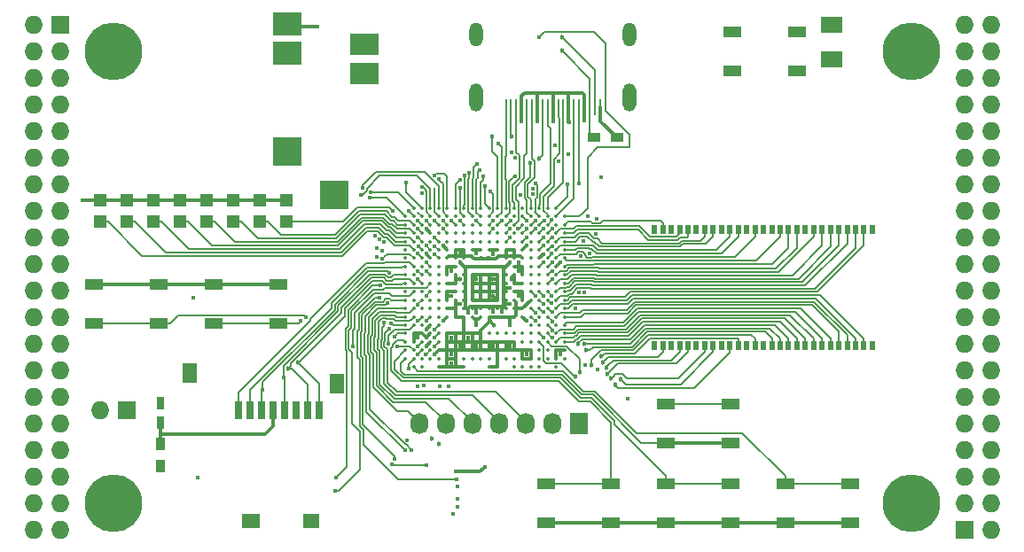
<source format=gtl>
G04 #@! TF.FileFunction,Copper,L1,Top,Signal*
%FSLAX46Y46*%
G04 Gerber Fmt 4.6, Leading zero omitted, Abs format (unit mm)*
G04 Created by KiCad (PCBNEW 4.0.5+dfsg1-4) date Sat May  6 12:26:19 2017*
%MOMM*%
%LPD*%
G01*
G04 APERTURE LIST*
%ADD10C,0.100000*%
%ADD11C,0.350000*%
%ADD12R,2.032000X1.524000*%
%ADD13R,0.700000X1.800000*%
%ADD14R,1.600000X1.400000*%
%ADD15R,1.800000X1.400000*%
%ADD16R,1.400000X1.900000*%
%ADD17R,1.800000X1.100000*%
%ADD18R,1.198880X1.198880*%
%ADD19R,2.800000X2.200000*%
%ADD20R,2.800000X2.800000*%
%ADD21R,2.800000X2.000000*%
%ADD22R,0.560000X0.900000*%
%ADD23O,1.300000X2.700000*%
%ADD24O,1.300000X2.300000*%
%ADD25R,0.250000X1.600000*%
%ADD26R,1.727200X1.727200*%
%ADD27O,1.727200X1.727200*%
%ADD28C,5.500000*%
%ADD29R,1.200000X0.900000*%
%ADD30R,1.727200X2.032000*%
%ADD31O,1.727200X2.032000*%
%ADD32R,0.750000X1.200000*%
%ADD33R,0.900000X1.200000*%
%ADD34C,0.400000*%
%ADD35C,0.454000*%
%ADD36C,0.300000*%
%ADD37C,0.190000*%
%ADD38C,0.200000*%
G04 APERTURE END LIST*
D10*
D11*
X131680000Y-80200000D03*
X132480000Y-80200000D03*
X133280000Y-80200000D03*
X134080000Y-80200000D03*
X134880000Y-80200000D03*
X135680000Y-80200000D03*
X136480000Y-80200000D03*
X137280000Y-80200000D03*
X138080000Y-80200000D03*
X138880000Y-80200000D03*
X139680000Y-80200000D03*
X140480000Y-80200000D03*
X141280000Y-80200000D03*
X142080000Y-80200000D03*
X142880000Y-80200000D03*
X143680000Y-80200000D03*
X144480000Y-80200000D03*
X145280000Y-80200000D03*
X130880000Y-81000000D03*
X131680000Y-81000000D03*
X132480000Y-81000000D03*
X133280000Y-81000000D03*
X134080000Y-81000000D03*
X134880000Y-81000000D03*
X135680000Y-81000000D03*
X136480000Y-81000000D03*
X137280000Y-81000000D03*
X138080000Y-81000000D03*
X138880000Y-81000000D03*
X139680000Y-81000000D03*
X140480000Y-81000000D03*
X141280000Y-81000000D03*
X142080000Y-81000000D03*
X142880000Y-81000000D03*
X143680000Y-81000000D03*
X144480000Y-81000000D03*
X145280000Y-81000000D03*
X146080000Y-81000000D03*
X130880000Y-81800000D03*
X131680000Y-81800000D03*
X132480000Y-81800000D03*
X133280000Y-81800000D03*
X134080000Y-81800000D03*
X134880000Y-81800000D03*
X135680000Y-81800000D03*
X136480000Y-81800000D03*
X137280000Y-81800000D03*
X138080000Y-81800000D03*
X138880000Y-81800000D03*
X139680000Y-81800000D03*
X140480000Y-81800000D03*
X141280000Y-81800000D03*
X142080000Y-81800000D03*
X142880000Y-81800000D03*
X143680000Y-81800000D03*
X144480000Y-81800000D03*
X145280000Y-81800000D03*
X146080000Y-81800000D03*
X130880000Y-82600000D03*
X131680000Y-82600000D03*
X132480000Y-82600000D03*
X133280000Y-82600000D03*
X134080000Y-82600000D03*
X134880000Y-82600000D03*
X135680000Y-82600000D03*
X136480000Y-82600000D03*
X137280000Y-82600000D03*
X138080000Y-82600000D03*
X138880000Y-82600000D03*
X139680000Y-82600000D03*
X140480000Y-82600000D03*
X141280000Y-82600000D03*
X142080000Y-82600000D03*
X142880000Y-82600000D03*
X143680000Y-82600000D03*
X144480000Y-82600000D03*
X145280000Y-82600000D03*
X146080000Y-82600000D03*
X130880000Y-83400000D03*
X131680000Y-83400000D03*
X132480000Y-83400000D03*
X133280000Y-83400000D03*
X134080000Y-83400000D03*
X134880000Y-83400000D03*
X135680000Y-83400000D03*
X136480000Y-83400000D03*
X137280000Y-83400000D03*
X138080000Y-83400000D03*
X138880000Y-83400000D03*
X139680000Y-83400000D03*
X140480000Y-83400000D03*
X141280000Y-83400000D03*
X142080000Y-83400000D03*
X142880000Y-83400000D03*
X143680000Y-83400000D03*
X144480000Y-83400000D03*
X145280000Y-83400000D03*
X146080000Y-83400000D03*
X130880000Y-84200000D03*
X131680000Y-84200000D03*
X132480000Y-84200000D03*
X133280000Y-84200000D03*
X134080000Y-84200000D03*
X134880000Y-84200000D03*
X135680000Y-84200000D03*
X136480000Y-84200000D03*
X137280000Y-84200000D03*
X138080000Y-84200000D03*
X138880000Y-84200000D03*
X139680000Y-84200000D03*
X140480000Y-84200000D03*
X141280000Y-84200000D03*
X142080000Y-84200000D03*
X142880000Y-84200000D03*
X143680000Y-84200000D03*
X144480000Y-84200000D03*
X145280000Y-84200000D03*
X146080000Y-84200000D03*
X130880000Y-85000000D03*
X131680000Y-85000000D03*
X132480000Y-85000000D03*
X133280000Y-85000000D03*
X134080000Y-85000000D03*
X134880000Y-85000000D03*
X135680000Y-85000000D03*
X136480000Y-85000000D03*
X137280000Y-85000000D03*
X138080000Y-85000000D03*
X138880000Y-85000000D03*
X139680000Y-85000000D03*
X140480000Y-85000000D03*
X141280000Y-85000000D03*
X142080000Y-85000000D03*
X142880000Y-85000000D03*
X143680000Y-85000000D03*
X144480000Y-85000000D03*
X145280000Y-85000000D03*
X146080000Y-85000000D03*
X130880000Y-85800000D03*
X131680000Y-85800000D03*
X132480000Y-85800000D03*
X133280000Y-85800000D03*
X134080000Y-85800000D03*
X134880000Y-85800000D03*
X135680000Y-85800000D03*
X136480000Y-85800000D03*
X137280000Y-85800000D03*
X138080000Y-85800000D03*
X138880000Y-85800000D03*
X139680000Y-85800000D03*
X140480000Y-85800000D03*
X141280000Y-85800000D03*
X142080000Y-85800000D03*
X142880000Y-85800000D03*
X143680000Y-85800000D03*
X144480000Y-85800000D03*
X145280000Y-85800000D03*
X146080000Y-85800000D03*
X130880000Y-86600000D03*
X131680000Y-86600000D03*
X132480000Y-86600000D03*
X133280000Y-86600000D03*
X134080000Y-86600000D03*
X134880000Y-86600000D03*
X135680000Y-86600000D03*
X136480000Y-86600000D03*
X137280000Y-86600000D03*
X138080000Y-86600000D03*
X138880000Y-86600000D03*
X139680000Y-86600000D03*
X140480000Y-86600000D03*
X141280000Y-86600000D03*
X142080000Y-86600000D03*
X142880000Y-86600000D03*
X143680000Y-86600000D03*
X144480000Y-86600000D03*
X145280000Y-86600000D03*
X146080000Y-86600000D03*
X130880000Y-87400000D03*
X131680000Y-87400000D03*
X132480000Y-87400000D03*
X133280000Y-87400000D03*
X134080000Y-87400000D03*
X134880000Y-87400000D03*
X135680000Y-87400000D03*
X136480000Y-87400000D03*
X137280000Y-87400000D03*
X138080000Y-87400000D03*
X138880000Y-87400000D03*
X139680000Y-87400000D03*
X140480000Y-87400000D03*
X141280000Y-87400000D03*
X142080000Y-87400000D03*
X142880000Y-87400000D03*
X143680000Y-87400000D03*
X144480000Y-87400000D03*
X145280000Y-87400000D03*
X146080000Y-87400000D03*
X130880000Y-88200000D03*
X131680000Y-88200000D03*
X132480000Y-88200000D03*
X133280000Y-88200000D03*
X134080000Y-88200000D03*
X134880000Y-88200000D03*
X135680000Y-88200000D03*
X136480000Y-88200000D03*
X137280000Y-88200000D03*
X138080000Y-88200000D03*
X138880000Y-88200000D03*
X139680000Y-88200000D03*
X140480000Y-88200000D03*
X141280000Y-88200000D03*
X142080000Y-88200000D03*
X142880000Y-88200000D03*
X143680000Y-88200000D03*
X144480000Y-88200000D03*
X145280000Y-88200000D03*
X146080000Y-88200000D03*
X130880000Y-89000000D03*
X131680000Y-89000000D03*
X132480000Y-89000000D03*
X133280000Y-89000000D03*
X134080000Y-89000000D03*
X134880000Y-89000000D03*
X135680000Y-89000000D03*
X136480000Y-89000000D03*
X137280000Y-89000000D03*
X138080000Y-89000000D03*
X138880000Y-89000000D03*
X139680000Y-89000000D03*
X140480000Y-89000000D03*
X141280000Y-89000000D03*
X142080000Y-89000000D03*
X142880000Y-89000000D03*
X143680000Y-89000000D03*
X144480000Y-89000000D03*
X145280000Y-89000000D03*
X146080000Y-89000000D03*
X130880000Y-89800000D03*
X131680000Y-89800000D03*
X132480000Y-89800000D03*
X133280000Y-89800000D03*
X134080000Y-89800000D03*
X134880000Y-89800000D03*
X135680000Y-89800000D03*
X136480000Y-89800000D03*
X137280000Y-89800000D03*
X138080000Y-89800000D03*
X138880000Y-89800000D03*
X139680000Y-89800000D03*
X140480000Y-89800000D03*
X141280000Y-89800000D03*
X142080000Y-89800000D03*
X142880000Y-89800000D03*
X143680000Y-89800000D03*
X144480000Y-89800000D03*
X145280000Y-89800000D03*
X146080000Y-89800000D03*
X130880000Y-90600000D03*
X131680000Y-90600000D03*
X132480000Y-90600000D03*
X133280000Y-90600000D03*
X134080000Y-90600000D03*
X134880000Y-90600000D03*
X135680000Y-90600000D03*
X136480000Y-90600000D03*
X137280000Y-90600000D03*
X138080000Y-90600000D03*
X138880000Y-90600000D03*
X139680000Y-90600000D03*
X140480000Y-90600000D03*
X141280000Y-90600000D03*
X142080000Y-90600000D03*
X142880000Y-90600000D03*
X143680000Y-90600000D03*
X144480000Y-90600000D03*
X145280000Y-90600000D03*
X146080000Y-90600000D03*
X130880000Y-91400000D03*
X131680000Y-91400000D03*
X132480000Y-91400000D03*
X133280000Y-91400000D03*
X134080000Y-91400000D03*
X142880000Y-91400000D03*
X143680000Y-91400000D03*
X144480000Y-91400000D03*
X145280000Y-91400000D03*
X146080000Y-91400000D03*
X130880000Y-92200000D03*
X131680000Y-92200000D03*
X132480000Y-92200000D03*
X133280000Y-92200000D03*
X134080000Y-92200000D03*
X134880000Y-92200000D03*
X135680000Y-92200000D03*
X136480000Y-92200000D03*
X137280000Y-92200000D03*
X138080000Y-92200000D03*
X138880000Y-92200000D03*
X139680000Y-92200000D03*
X140480000Y-92200000D03*
X141280000Y-92200000D03*
X142080000Y-92200000D03*
X142880000Y-92200000D03*
X143680000Y-92200000D03*
X144480000Y-92200000D03*
X145280000Y-92200000D03*
X146080000Y-92200000D03*
X130880000Y-93000000D03*
X131680000Y-93000000D03*
X132480000Y-93000000D03*
X133280000Y-93000000D03*
X134080000Y-93000000D03*
X134880000Y-93000000D03*
X135680000Y-93000000D03*
X136480000Y-93000000D03*
X137280000Y-93000000D03*
X138080000Y-93000000D03*
X138880000Y-93000000D03*
X139680000Y-93000000D03*
X140480000Y-93000000D03*
X141280000Y-93000000D03*
X142080000Y-93000000D03*
X142880000Y-93000000D03*
X143680000Y-93000000D03*
X144480000Y-93000000D03*
X145280000Y-93000000D03*
X146080000Y-93000000D03*
X130880000Y-93800000D03*
X131680000Y-93800000D03*
X132480000Y-93800000D03*
X133280000Y-93800000D03*
X134080000Y-93800000D03*
X134880000Y-93800000D03*
X135680000Y-93800000D03*
X136480000Y-93800000D03*
X137280000Y-93800000D03*
X138080000Y-93800000D03*
X138880000Y-93800000D03*
X139680000Y-93800000D03*
X140480000Y-93800000D03*
X141280000Y-93800000D03*
X142080000Y-93800000D03*
X142880000Y-93800000D03*
X143680000Y-93800000D03*
X144480000Y-93800000D03*
X145280000Y-93800000D03*
X146080000Y-93800000D03*
X130880000Y-94600000D03*
X131680000Y-94600000D03*
X132480000Y-94600000D03*
X133280000Y-94600000D03*
X134080000Y-94600000D03*
X134880000Y-94600000D03*
X135680000Y-94600000D03*
X136480000Y-94600000D03*
X137280000Y-94600000D03*
X138080000Y-94600000D03*
X138880000Y-94600000D03*
X139680000Y-94600000D03*
X140480000Y-94600000D03*
X141280000Y-94600000D03*
X142080000Y-94600000D03*
X142880000Y-94600000D03*
X143680000Y-94600000D03*
X144480000Y-94600000D03*
X145280000Y-94600000D03*
X146080000Y-94600000D03*
X131680000Y-95400000D03*
X132480000Y-95400000D03*
X134080000Y-95400000D03*
X134880000Y-95400000D03*
X135680000Y-95400000D03*
X136480000Y-95400000D03*
X138880000Y-95400000D03*
X139680000Y-95400000D03*
X141280000Y-95400000D03*
X142080000Y-95400000D03*
X142880000Y-95400000D03*
X143680000Y-95400000D03*
X145280000Y-95400000D03*
D12*
X171570000Y-65992000D03*
X171570000Y-62690000D03*
D13*
X114930000Y-99520000D03*
X116030000Y-99520000D03*
X117130000Y-99520000D03*
X118230000Y-99520000D03*
X119330000Y-99520000D03*
X120430000Y-99520000D03*
X121530000Y-99520000D03*
X122630000Y-99520000D03*
D14*
X121920000Y-110120000D03*
D15*
X116120000Y-110120000D03*
D16*
X124320000Y-96970000D03*
X110270000Y-95970000D03*
D17*
X101160000Y-87510000D03*
X107360000Y-87510000D03*
X101160000Y-91210000D03*
X107360000Y-91210000D03*
X112590000Y-87510000D03*
X118790000Y-87510000D03*
X112590000Y-91210000D03*
X118790000Y-91210000D03*
X155770000Y-98940000D03*
X161970000Y-98940000D03*
X155770000Y-102640000D03*
X161970000Y-102640000D03*
X161970000Y-110260000D03*
X155770000Y-110260000D03*
X161970000Y-106560000D03*
X155770000Y-106560000D03*
X150540000Y-110260000D03*
X144340000Y-110260000D03*
X150540000Y-106560000D03*
X144340000Y-106560000D03*
X173400000Y-110260000D03*
X167200000Y-110260000D03*
X173400000Y-106560000D03*
X167200000Y-106560000D03*
D18*
X119500000Y-81519020D03*
X119500000Y-79420980D03*
X116960000Y-81519020D03*
X116960000Y-79420980D03*
X114420000Y-81519020D03*
X114420000Y-79420980D03*
X111880000Y-81519020D03*
X111880000Y-79420980D03*
X109340000Y-81519020D03*
X109340000Y-79420980D03*
X106800000Y-81519020D03*
X106800000Y-79420980D03*
X104260000Y-81519020D03*
X104260000Y-79420980D03*
X101720000Y-81519020D03*
X101720000Y-79420980D03*
D19*
X119610000Y-62640000D03*
X119610000Y-65440000D03*
D20*
X119610000Y-74840000D03*
X124060000Y-78940000D03*
D21*
X127010000Y-67340000D03*
X127010000Y-64540000D03*
D22*
X175480000Y-82270000D03*
X154680000Y-93330000D03*
X155480000Y-93330000D03*
X156280000Y-93330000D03*
X157080000Y-93330000D03*
X157880000Y-93330000D03*
X158680000Y-93330000D03*
X159480000Y-93330000D03*
X160280000Y-93330000D03*
X161080000Y-93330000D03*
X161880000Y-93330000D03*
X162680000Y-93330000D03*
X163480000Y-93330000D03*
X164280000Y-93330000D03*
X165080000Y-93330000D03*
X165880000Y-93330000D03*
X166680000Y-93330000D03*
X167480000Y-93330000D03*
X168280000Y-93330000D03*
X169080000Y-93330000D03*
X169880000Y-93330000D03*
X170680000Y-93330000D03*
X171480000Y-93330000D03*
X172280000Y-93330000D03*
X173080000Y-93330000D03*
X173880000Y-93330000D03*
X174680000Y-93330000D03*
X175480000Y-93330000D03*
X174680000Y-82270000D03*
X173880000Y-82270000D03*
X173080000Y-82270000D03*
X172280000Y-82270000D03*
X171480000Y-82270000D03*
X170680000Y-82270000D03*
X169880000Y-82270000D03*
X169080000Y-82270000D03*
X168280000Y-82270000D03*
X167480000Y-82270000D03*
X166680000Y-82270000D03*
X165880000Y-82270000D03*
X165080000Y-82270000D03*
X164280000Y-82270000D03*
X163480000Y-82270000D03*
X162680000Y-82270000D03*
X161880000Y-82270000D03*
X161080000Y-82270000D03*
X160280000Y-82270000D03*
X159480000Y-82270000D03*
X158680000Y-82270000D03*
X157880000Y-82270000D03*
X157080000Y-82270000D03*
X156280000Y-82270000D03*
X155480000Y-82270000D03*
X154680000Y-82270000D03*
D23*
X152280000Y-69650000D03*
X137680000Y-69650000D03*
D24*
X137680000Y-63600000D03*
D25*
X140480000Y-70600000D03*
X140980000Y-70600000D03*
X141480000Y-70600000D03*
X141980000Y-70600000D03*
X142480000Y-70600000D03*
X142980000Y-70600000D03*
X143480000Y-70600000D03*
X143980000Y-70600000D03*
X144480000Y-70600000D03*
X144980000Y-70600000D03*
X145480000Y-70600000D03*
X145980000Y-70600000D03*
X146480000Y-70600000D03*
X146980000Y-70600000D03*
X147480000Y-70600000D03*
X147980000Y-70600000D03*
X148480000Y-70600000D03*
X148980000Y-70600000D03*
X149480000Y-70600000D03*
D24*
X152280000Y-63600000D03*
D26*
X97910000Y-62690000D03*
D27*
X95370000Y-62690000D03*
X97910000Y-65230000D03*
X95370000Y-65230000D03*
X97910000Y-67770000D03*
X95370000Y-67770000D03*
X97910000Y-70310000D03*
X95370000Y-70310000D03*
X97910000Y-72850000D03*
X95370000Y-72850000D03*
X97910000Y-75390000D03*
X95370000Y-75390000D03*
X97910000Y-77930000D03*
X95370000Y-77930000D03*
X97910000Y-80470000D03*
X95370000Y-80470000D03*
X97910000Y-83010000D03*
X95370000Y-83010000D03*
X97910000Y-85550000D03*
X95370000Y-85550000D03*
X97910000Y-88090000D03*
X95370000Y-88090000D03*
X97910000Y-90630000D03*
X95370000Y-90630000D03*
X97910000Y-93170000D03*
X95370000Y-93170000D03*
X97910000Y-95710000D03*
X95370000Y-95710000D03*
X97910000Y-98250000D03*
X95370000Y-98250000D03*
X97910000Y-100790000D03*
X95370000Y-100790000D03*
X97910000Y-103330000D03*
X95370000Y-103330000D03*
X97910000Y-105870000D03*
X95370000Y-105870000D03*
X97910000Y-108410000D03*
X95370000Y-108410000D03*
X97910000Y-110950000D03*
X95370000Y-110950000D03*
D26*
X184270000Y-110950000D03*
D27*
X186810000Y-110950000D03*
X184270000Y-108410000D03*
X186810000Y-108410000D03*
X184270000Y-105870000D03*
X186810000Y-105870000D03*
X184270000Y-103330000D03*
X186810000Y-103330000D03*
X184270000Y-100790000D03*
X186810000Y-100790000D03*
X184270000Y-98250000D03*
X186810000Y-98250000D03*
X184270000Y-95710000D03*
X186810000Y-95710000D03*
X184270000Y-93170000D03*
X186810000Y-93170000D03*
X184270000Y-90630000D03*
X186810000Y-90630000D03*
X184270000Y-88090000D03*
X186810000Y-88090000D03*
X184270000Y-85550000D03*
X186810000Y-85550000D03*
X184270000Y-83010000D03*
X186810000Y-83010000D03*
X184270000Y-80470000D03*
X186810000Y-80470000D03*
X184270000Y-77930000D03*
X186810000Y-77930000D03*
X184270000Y-75390000D03*
X186810000Y-75390000D03*
X184270000Y-72850000D03*
X186810000Y-72850000D03*
X184270000Y-70310000D03*
X186810000Y-70310000D03*
X184270000Y-67770000D03*
X186810000Y-67770000D03*
X184270000Y-65230000D03*
X186810000Y-65230000D03*
X184270000Y-62690000D03*
X186810000Y-62690000D03*
D28*
X102990000Y-108410000D03*
X179190000Y-108410000D03*
X179190000Y-65230000D03*
X102990000Y-65230000D03*
D17*
X162120000Y-63380000D03*
X168320000Y-63380000D03*
X162120000Y-67080000D03*
X168320000Y-67080000D03*
D29*
X151080000Y-73485000D03*
X148880000Y-73485000D03*
D26*
X104260000Y-99520000D03*
D27*
X101720000Y-99520000D03*
D30*
X147440000Y-100790000D03*
D31*
X144900000Y-100790000D03*
X142360000Y-100790000D03*
X139820000Y-100790000D03*
X137280000Y-100790000D03*
X134740000Y-100790000D03*
X132200000Y-100790000D03*
D32*
X107480000Y-100750000D03*
X107480000Y-98850000D03*
D33*
X107480000Y-102700000D03*
X107480000Y-104900000D03*
D34*
X133690245Y-94180159D03*
D35*
X139312644Y-91359700D03*
D34*
X140874194Y-91433353D03*
X147987057Y-71874961D03*
X146490444Y-71976266D03*
X144992193Y-71935857D03*
X145680000Y-85422010D03*
X100017740Y-79439515D03*
X132880424Y-84565132D03*
X143480000Y-71900000D03*
X141986140Y-71899854D03*
X144080000Y-84600000D03*
X145680000Y-94200000D03*
X136080000Y-89400000D03*
X135280000Y-95000000D03*
X135280000Y-94200000D03*
X142480000Y-94200000D03*
X140880000Y-93400000D03*
X139280000Y-93400000D03*
X137680000Y-93400000D03*
X136080000Y-93400000D03*
X136880000Y-92600000D03*
X135280000Y-92600000D03*
X132880000Y-91800000D03*
X132880000Y-93400000D03*
X132880000Y-82200000D03*
D35*
X141042859Y-86994997D03*
X139280000Y-87000000D03*
X136110990Y-86995403D03*
X139280000Y-88600000D03*
X137680000Y-87000000D03*
X136080000Y-84600000D03*
D34*
X149585000Y-77295000D03*
X137665894Y-91402446D03*
X135273306Y-88618602D03*
X139272517Y-84611349D03*
X137680556Y-84534085D03*
X141680000Y-86200000D03*
X135280000Y-86200000D03*
X132880000Y-92600000D03*
X132080000Y-92600000D03*
X141680000Y-88600000D03*
X141680000Y-85400000D03*
X152095000Y-98400000D03*
X140094890Y-90122990D03*
X139280000Y-90122990D03*
X140880000Y-89400000D03*
X137680000Y-90172990D03*
X140880000Y-87800000D03*
X140880000Y-85400000D03*
X136880000Y-90200000D03*
D35*
X136080000Y-85400000D03*
D34*
X129541426Y-91206659D03*
X121408624Y-90632457D03*
X129813284Y-92511909D03*
X120880000Y-91000000D03*
X139280000Y-82200000D03*
X110593658Y-88756708D03*
X142480000Y-91000000D03*
X142480000Y-83800000D03*
X134480000Y-83800000D03*
X134480000Y-91000000D03*
X134989752Y-97256032D03*
X135884156Y-106800406D03*
X133680000Y-91800000D03*
D35*
X134074414Y-102752225D03*
D34*
X135855186Y-108022639D03*
X134198152Y-97269984D03*
D35*
X133449289Y-102232615D03*
D34*
X133680000Y-92600000D03*
X132606156Y-97170044D03*
X129563728Y-104680338D03*
X132918584Y-104800000D03*
X135853254Y-108792386D03*
X133685668Y-93402482D03*
X132846234Y-94197073D03*
X132090078Y-97276836D03*
X131019992Y-102364188D03*
X135471949Y-109409592D03*
X122480000Y-62900000D03*
D35*
X145851858Y-65189228D03*
X145873729Y-63920849D03*
D34*
X143680000Y-63900000D03*
X140080000Y-81400000D03*
X129373612Y-86363428D03*
X132080000Y-86200000D03*
X117280000Y-97600000D03*
X119260183Y-96350895D03*
D35*
X119709193Y-95550883D03*
X120634035Y-94977604D03*
D34*
X147480000Y-77822010D03*
X146387166Y-77918991D03*
X131453853Y-103296209D03*
D35*
X148653935Y-95239949D03*
D34*
X144885216Y-91021238D03*
D35*
X149619858Y-94378867D03*
D34*
X144885689Y-90132858D03*
D35*
X150895161Y-97104924D03*
D34*
X144890381Y-83866022D03*
D35*
X151426924Y-96525191D03*
D34*
X144894101Y-83022010D03*
D35*
X150518912Y-96497510D03*
D34*
X144901285Y-86268736D03*
D35*
X150197861Y-96013257D03*
D34*
X144888562Y-86993817D03*
D35*
X150072035Y-95446034D03*
D34*
X144877648Y-88622010D03*
D35*
X149779241Y-94944191D03*
D34*
X144869421Y-89288847D03*
D35*
X148110244Y-93760618D03*
D34*
X144882782Y-91877646D03*
D35*
X147402091Y-93209005D03*
D34*
X144080000Y-92600000D03*
D35*
X147982902Y-93193733D03*
D34*
X144882352Y-92577990D03*
X131191207Y-95514394D03*
X130123876Y-93413277D03*
X132080000Y-93400000D03*
X129280000Y-93200000D03*
X132080000Y-94200000D03*
X128649840Y-85087828D03*
X111080000Y-106000000D03*
X129212070Y-89291543D03*
X132080000Y-89444020D03*
X130839486Y-103354982D03*
X132880000Y-86200000D03*
X129880000Y-104200000D03*
X128388593Y-88745409D03*
X132880000Y-88600000D03*
X135778649Y-106163691D03*
X128476551Y-87584386D03*
X124253981Y-105982535D03*
X132080000Y-87000000D03*
X125899900Y-93452662D03*
X124202418Y-107207639D03*
X139782500Y-74073458D03*
D35*
X139185419Y-73378045D03*
X141029139Y-73391006D03*
X143625670Y-75521246D03*
X142775852Y-75939146D03*
D34*
X135274882Y-81390604D03*
X134480367Y-81390604D03*
X134058357Y-77465303D03*
X133668154Y-77111081D03*
X126773709Y-78308800D03*
X126604386Y-78926444D03*
X127445822Y-79226361D03*
X127566271Y-78713298D03*
X132504562Y-78200000D03*
X132505009Y-78796823D03*
X132884441Y-81391117D03*
X128013789Y-82814208D03*
X132084319Y-83022010D03*
X128395011Y-83178075D03*
X132886504Y-83777990D03*
X128874210Y-83399899D03*
X132117443Y-83866021D03*
X128177048Y-84021806D03*
X132032194Y-84565132D03*
X128656426Y-84243816D03*
X133671942Y-84595200D03*
X128146548Y-84865817D03*
X132875802Y-85421990D03*
D35*
X147131990Y-96348010D03*
X147526704Y-95921658D03*
D34*
X148074116Y-95229326D03*
X143280000Y-91000000D03*
X149207706Y-95605291D03*
X144082424Y-90132858D03*
X147124159Y-89779295D03*
X144035793Y-89397606D03*
X143281824Y-90201951D03*
X144080517Y-85397219D03*
X147611689Y-84811014D03*
X144886544Y-85385186D03*
X149110027Y-82710554D03*
X144080000Y-83000000D03*
X144885092Y-82177990D03*
X147473323Y-88301262D03*
X144082832Y-88584510D03*
X147997681Y-88248440D03*
X143278026Y-88595030D03*
X149131913Y-81202010D03*
X144076901Y-82186448D03*
X148337768Y-80975785D03*
X144866392Y-81333979D03*
X139280000Y-81400000D03*
X139030990Y-78600803D03*
X138474753Y-78117762D03*
X138291969Y-77164182D03*
X137754556Y-75974186D03*
X137974958Y-76577236D03*
X137680000Y-81400000D03*
X136967862Y-76797850D03*
X136540508Y-77107981D03*
X136123321Y-77473680D03*
X136102010Y-78268593D03*
X136080000Y-81400000D03*
X148441027Y-84498152D03*
X144877691Y-84532933D03*
X147904113Y-83328694D03*
X144080000Y-83800000D03*
X143019945Y-78903038D03*
X142473549Y-82998913D03*
X143086704Y-78380271D03*
X142457990Y-82191394D03*
X145494004Y-75718570D03*
X144146021Y-81374784D03*
X143323210Y-77837480D03*
X146456648Y-75056695D03*
X143302010Y-82194992D03*
X143302010Y-81381735D03*
X145172870Y-74240536D03*
X141853043Y-78968642D03*
X141657990Y-82130345D03*
X142457990Y-81382236D03*
X140924011Y-81375594D03*
X141346021Y-77170289D03*
X141046643Y-74873804D03*
X140864029Y-83041403D03*
X141329877Y-75415642D03*
X140902010Y-82179283D03*
X133680000Y-82977990D03*
X132080000Y-81400000D03*
X132080000Y-82177990D03*
X130976883Y-77755103D03*
X133680000Y-81400000D03*
X133680000Y-83822010D03*
X129376114Y-91707073D03*
X132880000Y-91000000D03*
X128844976Y-91174475D03*
X132077648Y-90977990D03*
X129680000Y-80500000D03*
X131180000Y-80500000D03*
X134480000Y-82200000D03*
X138500159Y-104911875D03*
X135680000Y-105400000D03*
D36*
X133699841Y-94180159D02*
X133690245Y-94180159D01*
X134080000Y-93800000D02*
X133699841Y-94180159D01*
X139085645Y-91132701D02*
X139312644Y-91359700D01*
X138880000Y-90927056D02*
X139085645Y-91132701D01*
X138880000Y-90600000D02*
X138880000Y-90927056D01*
X140874194Y-90605806D02*
X140874194Y-91150511D01*
X140880000Y-90600000D02*
X140874194Y-90605806D01*
X140874194Y-91150511D02*
X140874194Y-91433353D01*
X140480000Y-90600000D02*
X140880000Y-90600000D01*
X140880000Y-90600000D02*
X141280000Y-90600000D01*
X139680000Y-90600000D02*
X140480000Y-90600000D01*
X138880000Y-90600000D02*
X139680000Y-90600000D01*
X147980000Y-71867904D02*
X147987057Y-71874961D01*
X147980000Y-70600000D02*
X147980000Y-71867904D01*
X146480000Y-71965822D02*
X146490444Y-71976266D01*
X146480000Y-70600000D02*
X146480000Y-71965822D01*
X144980000Y-70600000D02*
X144980000Y-71923664D01*
X144980000Y-71923664D02*
X144992193Y-71935857D01*
X145280000Y-85800000D02*
X145657990Y-85422010D01*
X145657990Y-85422010D02*
X145680000Y-85422010D01*
X100036275Y-79420980D02*
X100017740Y-79439515D01*
X101720000Y-79420980D02*
X100036275Y-79420980D01*
X133280000Y-85000000D02*
X132880424Y-84600424D01*
X132880424Y-84600424D02*
X132880424Y-84565132D01*
X141280000Y-85000000D02*
X141280000Y-84800000D01*
X141280000Y-84200000D02*
X141280000Y-85000000D01*
X140480000Y-84200000D02*
X141280000Y-84200000D01*
X141280000Y-84800000D02*
X141280000Y-84200000D01*
X141905001Y-84825001D02*
X141305001Y-84825001D01*
X141305001Y-84825001D02*
X141280000Y-84800000D01*
X140480000Y-85000000D02*
X140480000Y-84200000D01*
X139680000Y-85000000D02*
X139680000Y-84898347D01*
X139680000Y-84898347D02*
X139753346Y-84825001D01*
X138280000Y-85088351D02*
X138680000Y-85088351D01*
X137463975Y-85088351D02*
X138280000Y-85088351D01*
X138280000Y-85088351D02*
X139489996Y-85088351D01*
X138080000Y-85000000D02*
X138191649Y-85000000D01*
X138191649Y-85000000D02*
X138280000Y-85088351D01*
X138880000Y-85000000D02*
X138768351Y-85000000D01*
X138768351Y-85000000D02*
X138680000Y-85088351D01*
X135680000Y-84200000D02*
X135680000Y-84800000D01*
X135680000Y-84800000D02*
X135680000Y-85000000D01*
X135054999Y-84825001D02*
X135654999Y-84825001D01*
X135654999Y-84825001D02*
X135680000Y-84800000D01*
X136480000Y-85000000D02*
X136480000Y-84200000D01*
X134880000Y-85000000D02*
X135054999Y-84825001D01*
X138880000Y-87400000D02*
X139680000Y-87400000D01*
X138880000Y-88200000D02*
X138880000Y-89000000D01*
X138880000Y-88200000D02*
X139680000Y-88200000D01*
X137280000Y-88200000D02*
X138080000Y-88200000D01*
X141454999Y-89174999D02*
X141280000Y-89000000D01*
X141454999Y-90425001D02*
X141454999Y-89174999D01*
X141280000Y-90600000D02*
X141454999Y-90425001D01*
X142280000Y-69200000D02*
X143480000Y-69200000D01*
X143480000Y-69200000D02*
X144980000Y-69200000D01*
X143480000Y-70600000D02*
X143480000Y-69200000D01*
X144980000Y-69200000D02*
X146480000Y-69200000D01*
X144980000Y-70600000D02*
X144980000Y-69200000D01*
X146480000Y-69200000D02*
X147780000Y-69200000D01*
X146480000Y-70600000D02*
X146480000Y-69200000D01*
X147980000Y-69400000D02*
X147980000Y-70600000D01*
X147780000Y-69200000D02*
X147980000Y-69400000D01*
X141980000Y-70600000D02*
X141980000Y-69500000D01*
X141980000Y-69500000D02*
X142280000Y-69200000D01*
X143480000Y-70600000D02*
X143480000Y-71900000D01*
X116960000Y-79420980D02*
X119500000Y-79420980D01*
X114420000Y-79420980D02*
X116960000Y-79420980D01*
X111880000Y-79420980D02*
X114420000Y-79420980D01*
X109340000Y-79420980D02*
X111880000Y-79420980D01*
X106800000Y-79420980D02*
X109340000Y-79420980D01*
X104260000Y-79420980D02*
X106800000Y-79420980D01*
X101720000Y-79420980D02*
X104260000Y-79420980D01*
X141980000Y-71893714D02*
X141986140Y-71899854D01*
X141980000Y-70600000D02*
X141980000Y-71893714D01*
X143680000Y-85000000D02*
X144080000Y-84600000D01*
X142080000Y-89800000D02*
X142880000Y-89000000D01*
X145680000Y-93800000D02*
X145280000Y-93800000D01*
X146080000Y-93800000D02*
X145680000Y-93800000D01*
X145680000Y-93800000D02*
X145680000Y-94200000D01*
X135680000Y-89400000D02*
X135680000Y-89800000D01*
X135680000Y-89000000D02*
X135680000Y-89400000D01*
X135680000Y-89400000D02*
X136080000Y-89400000D01*
X135280000Y-95400000D02*
X135680000Y-95400000D01*
X134880000Y-95400000D02*
X135280000Y-95400000D01*
X135280000Y-95400000D02*
X135280000Y-95000000D01*
X135280000Y-93800000D02*
X135680000Y-93800000D01*
X134880000Y-93800000D02*
X135280000Y-93800000D01*
X135280000Y-93800000D02*
X135280000Y-94200000D01*
X142480000Y-93800000D02*
X142080000Y-93800000D01*
X142880000Y-93800000D02*
X142480000Y-93800000D01*
X142480000Y-93800000D02*
X142480000Y-94200000D01*
X140880000Y-93000000D02*
X141280000Y-93000000D01*
X140480000Y-93000000D02*
X140880000Y-93000000D01*
X140880000Y-93000000D02*
X140880000Y-93400000D01*
X139280000Y-93000000D02*
X138880000Y-93000000D01*
X139680000Y-93000000D02*
X139280000Y-93000000D01*
X139280000Y-93000000D02*
X139280000Y-93400000D01*
X137680000Y-93000000D02*
X137280000Y-93000000D01*
X137680000Y-93000000D02*
X137680000Y-93400000D01*
X138080000Y-93000000D02*
X137680000Y-93000000D01*
X136080000Y-93000000D02*
X135680000Y-93000000D01*
X136480000Y-93000000D02*
X136080000Y-93000000D01*
X136080000Y-93000000D02*
X136080000Y-93400000D01*
X136880000Y-93000000D02*
X136480000Y-93000000D01*
X137280000Y-93000000D02*
X136880000Y-93000000D01*
X136880000Y-93000000D02*
X136880000Y-92600000D01*
X135280000Y-93000000D02*
X135680000Y-93000000D01*
X134880000Y-93000000D02*
X135280000Y-93000000D01*
X135280000Y-93000000D02*
X135280000Y-92600000D01*
X133280000Y-91400000D02*
X132880000Y-91800000D01*
X133280000Y-93000000D02*
X132880000Y-93400000D01*
X133280000Y-82600000D02*
X132880000Y-82200000D01*
X139753346Y-84825001D02*
X141905001Y-84825001D01*
X135054999Y-84825001D02*
X137200625Y-84825001D01*
X137200625Y-84825001D02*
X137463975Y-85088351D01*
X139489996Y-85088351D02*
X139753346Y-84825001D01*
X141905001Y-84825001D02*
X142080000Y-85000000D01*
X141042859Y-86837141D02*
X141042859Y-86994997D01*
X141280000Y-86600000D02*
X141042859Y-86837141D01*
X139680000Y-87000000D02*
X139680000Y-89000000D01*
X139680000Y-86600000D02*
X139680000Y-87000000D01*
X139680000Y-87000000D02*
X139280000Y-87000000D01*
X135684597Y-86995403D02*
X135789964Y-86995403D01*
X135680000Y-87000000D02*
X135684597Y-86995403D01*
X135789964Y-86995403D02*
X136110990Y-86995403D01*
X135680000Y-87000000D02*
X135680000Y-86600000D01*
X135680000Y-87400000D02*
X135680000Y-87000000D01*
X138880000Y-90600000D02*
X138880000Y-91091880D01*
X138880000Y-91091880D02*
X138080000Y-91891880D01*
X138080000Y-91891880D02*
X138080000Y-92200000D01*
X136480000Y-90600000D02*
X136480000Y-92200000D01*
X139680000Y-89000000D02*
X139280000Y-88600000D01*
X137280000Y-86600000D02*
X137680000Y-87000000D01*
X136480000Y-84200000D02*
X136080000Y-84600000D01*
X141280000Y-86600000D02*
X141280000Y-87400000D01*
X142080000Y-87400000D02*
X141280000Y-87400000D01*
X141280000Y-89800000D02*
X142080000Y-89800000D01*
X135680000Y-84200000D02*
X136480000Y-84200000D01*
X134880000Y-87400000D02*
X135680000Y-87400000D01*
X138880000Y-86600000D02*
X138880000Y-89000000D01*
X138080000Y-86600000D02*
X138080000Y-89000000D01*
X139680000Y-87400000D02*
X137280000Y-87400000D01*
X137280000Y-88200000D02*
X139680000Y-88200000D01*
X137280000Y-86600000D02*
X137280000Y-89000000D01*
X138880000Y-86600000D02*
X139680000Y-86600000D01*
X138080000Y-86600000D02*
X138880000Y-86600000D01*
X137280000Y-86600000D02*
X138080000Y-86600000D01*
X138880000Y-89000000D02*
X139680000Y-89000000D01*
X138080000Y-89000000D02*
X138880000Y-89000000D01*
X137280000Y-89000000D02*
X138080000Y-89000000D01*
X135680000Y-89800000D02*
X134880000Y-89800000D01*
X135680000Y-90600000D02*
X135680000Y-89800000D01*
X135680000Y-90600000D02*
X136480000Y-90600000D01*
X140480000Y-93000000D02*
X139680000Y-93000000D01*
X139680000Y-93800000D02*
X140480000Y-93800000D01*
X139680000Y-93800000D02*
X139680000Y-94600000D01*
X139680000Y-95400000D02*
X139680000Y-94600000D01*
X138880000Y-95400000D02*
X139680000Y-95400000D01*
X135680000Y-95400000D02*
X136480000Y-95400000D01*
X135680000Y-95400000D02*
X135680000Y-94600000D01*
X134880000Y-95400000D02*
X134080000Y-95400000D01*
X134880000Y-94600000D02*
X134880000Y-95400000D01*
X134080000Y-93800000D02*
X134880000Y-93800000D01*
X134880000Y-94600000D02*
X134880000Y-93800000D01*
X135680000Y-94600000D02*
X134880000Y-94600000D01*
X135680000Y-93800000D02*
X135680000Y-94600000D01*
X134880000Y-93000000D02*
X134880000Y-93800000D01*
X134880000Y-92200000D02*
X134880000Y-93000000D01*
X135680000Y-92200000D02*
X134880000Y-92200000D01*
X135680000Y-93800000D02*
X136480000Y-93800000D01*
X135680000Y-93000000D02*
X135680000Y-93800000D01*
X135680000Y-92200000D02*
X135680000Y-93000000D01*
X135680000Y-92200000D02*
X136480000Y-92200000D01*
X136480000Y-92200000D02*
X137280000Y-92200000D01*
X137280000Y-93800000D02*
X137280000Y-93000000D01*
X136480000Y-93800000D02*
X137280000Y-93800000D01*
X136480000Y-93000000D02*
X136480000Y-93800000D01*
X136480000Y-92200000D02*
X136480000Y-93000000D01*
X137280000Y-92200000D02*
X138080000Y-92200000D01*
X137280000Y-93800000D02*
X138080000Y-93800000D01*
X137280000Y-92200000D02*
X137280000Y-93000000D01*
X138080000Y-92200000D02*
X138080000Y-93000000D01*
X138080000Y-93000000D02*
X138880000Y-93000000D01*
X138080000Y-93800000D02*
X138080000Y-93000000D01*
X138880000Y-93800000D02*
X138080000Y-93800000D01*
X138880000Y-93000000D02*
X138880000Y-93800000D01*
X139680000Y-93800000D02*
X139680000Y-93000000D01*
X138880000Y-93800000D02*
X139680000Y-93800000D01*
X140480000Y-93000000D02*
X140480000Y-93800000D01*
X141280000Y-93000000D02*
X141280000Y-93800000D01*
X141280000Y-93800000D02*
X142080000Y-93800000D01*
X140480000Y-93800000D02*
X141280000Y-93800000D01*
X142080000Y-94600000D02*
X142880000Y-94600000D01*
X142080000Y-93800000D02*
X142080000Y-94600000D01*
X142880000Y-94600000D02*
X142880000Y-93800000D01*
X145280000Y-93800000D02*
X145280000Y-94600000D01*
X149480000Y-71885000D02*
X151080000Y-73485000D01*
X149480000Y-70600000D02*
X149480000Y-71885000D01*
X137665894Y-91119604D02*
X137665894Y-91402446D01*
X137665894Y-90814106D02*
X137665894Y-91119604D01*
X137680000Y-90800000D02*
X137665894Y-90814106D01*
X137680000Y-90800000D02*
X137880000Y-90800000D01*
X137480000Y-90800000D02*
X137680000Y-90800000D01*
X137880000Y-90800000D02*
X138080000Y-90600000D01*
X137280000Y-90600000D02*
X137480000Y-90800000D01*
X132880000Y-92600000D02*
X133280000Y-92200000D01*
X132480000Y-92200000D02*
X132880000Y-92600000D01*
X134990464Y-88618602D02*
X135273306Y-88618602D01*
X134898602Y-88618602D02*
X134990464Y-88618602D01*
X134880000Y-88600000D02*
X134898602Y-88618602D01*
X139272517Y-84328507D02*
X139272517Y-84611349D01*
X139272517Y-84207483D02*
X139272517Y-84328507D01*
X139280000Y-84200000D02*
X139272517Y-84207483D01*
X137680556Y-84200556D02*
X137680556Y-84251243D01*
X137680000Y-84200000D02*
X137680556Y-84200556D01*
X137680556Y-84251243D02*
X137680556Y-84534085D01*
X142080000Y-88600000D02*
X142080000Y-89000000D01*
X142080000Y-88200000D02*
X142080000Y-88600000D01*
X141680000Y-85800000D02*
X141680000Y-86200000D01*
X135280000Y-85800000D02*
X135680000Y-85800000D01*
X134880000Y-85800000D02*
X135280000Y-85800000D01*
X135280000Y-85800000D02*
X135280000Y-86200000D01*
X132080000Y-92200000D02*
X132480000Y-92200000D01*
X131680000Y-92200000D02*
X132080000Y-92200000D01*
X132080000Y-92200000D02*
X132080000Y-92600000D01*
X131680000Y-93000000D02*
X131680000Y-92200000D01*
X134880000Y-88600000D02*
X134880000Y-89000000D01*
X134880000Y-88200000D02*
X134880000Y-88600000D01*
X134880000Y-86200000D02*
X134880000Y-86600000D01*
X134880000Y-85800000D02*
X134880000Y-86200000D01*
X141680000Y-88200000D02*
X142080000Y-88200000D01*
X141280000Y-88200000D02*
X141680000Y-88200000D01*
X141680000Y-88200000D02*
X141680000Y-88600000D01*
X141680000Y-85800000D02*
X142080000Y-85800000D01*
X141280000Y-85800000D02*
X141680000Y-85800000D01*
X141680000Y-85800000D02*
X141680000Y-85400000D01*
X139280000Y-84200000D02*
X139680000Y-84200000D01*
X138880000Y-84200000D02*
X139280000Y-84200000D01*
X137680000Y-84200000D02*
X138080000Y-84200000D01*
X137280000Y-84200000D02*
X137680000Y-84200000D01*
X142080000Y-85800000D02*
X142080000Y-86600000D01*
X134880000Y-88200000D02*
X135680000Y-88200000D01*
X140094890Y-89840148D02*
X140094890Y-90122990D01*
X140094890Y-89639891D02*
X140094890Y-89840148D01*
X140080000Y-89625001D02*
X140094890Y-89639891D01*
X139280000Y-89625001D02*
X139280000Y-90122990D01*
X139280000Y-89625001D02*
X139680000Y-89625001D01*
X137680000Y-89625001D02*
X139280000Y-89625001D01*
X139680000Y-89625001D02*
X140080000Y-89625001D01*
X140080000Y-89625001D02*
X140305001Y-89625001D01*
X139680000Y-89800000D02*
X139680000Y-89625001D01*
X140305001Y-89400000D02*
X140305001Y-89000000D01*
X140305001Y-89000000D02*
X140305001Y-88200000D01*
X140480000Y-89000000D02*
X140305001Y-89000000D01*
X140305001Y-88200000D02*
X140305001Y-87800000D01*
X140480000Y-88200000D02*
X140305001Y-88200000D01*
X140305001Y-87800000D02*
X140305001Y-87400000D01*
X140305001Y-87400000D02*
X140305001Y-86600000D01*
X140480000Y-87400000D02*
X140305001Y-87400000D01*
X140305001Y-86600000D02*
X140305001Y-85974999D01*
X140480000Y-86600000D02*
X140305001Y-86600000D01*
X140480000Y-85800000D02*
X139480000Y-85800000D01*
X139480000Y-85800000D02*
X138680000Y-85800000D01*
X139680000Y-85800000D02*
X139480000Y-85800000D01*
X138680000Y-85800000D02*
X137880000Y-85800000D01*
X138880000Y-85800000D02*
X138680000Y-85800000D01*
X137880000Y-85800000D02*
X137080000Y-85800000D01*
X138080000Y-85800000D02*
X137880000Y-85800000D01*
X137080000Y-85800000D02*
X136480000Y-85800000D01*
X137280000Y-85800000D02*
X137080000Y-85800000D01*
X136654999Y-85974999D02*
X136654999Y-86600000D01*
X136654999Y-86600000D02*
X136654999Y-89000000D01*
X136480000Y-86600000D02*
X136654999Y-86600000D01*
X136654999Y-89000000D02*
X136654999Y-89625001D01*
X136480000Y-89000000D02*
X136654999Y-89000000D01*
X140305001Y-89400000D02*
X140880000Y-89400000D01*
X137054999Y-89625001D02*
X137680000Y-89625001D01*
X137680000Y-89625001D02*
X137680000Y-90172990D01*
X136880000Y-89800000D02*
X137054999Y-89625001D01*
X140305001Y-89625001D02*
X140480000Y-89800000D01*
X140305001Y-87800000D02*
X140880000Y-87800000D01*
X140305001Y-89625001D02*
X140305001Y-89400000D01*
X140480000Y-85800000D02*
X140880000Y-85400000D01*
X136480000Y-89800000D02*
X136880000Y-89800000D01*
X136880000Y-89800000D02*
X136880000Y-90200000D01*
X136480000Y-85800000D02*
X136080000Y-85400000D01*
X140305001Y-85974999D02*
X140480000Y-85800000D01*
X136480000Y-85800000D02*
X136654999Y-85974999D01*
X136654999Y-89625001D02*
X136480000Y-89800000D01*
D37*
X155770000Y-105820000D02*
X155770000Y-106560000D01*
X148678556Y-98358968D02*
X150857011Y-100537423D01*
X155770000Y-105797374D02*
X155770000Y-105820000D01*
X145683364Y-96431023D02*
X147611309Y-98358968D01*
X130662702Y-96431023D02*
X145683364Y-96431023D01*
X150857011Y-100884385D02*
X155770000Y-105797374D01*
X150857011Y-100537423D02*
X150857011Y-100884385D01*
X129819806Y-95588127D02*
X130662702Y-96431023D01*
X129819806Y-94860194D02*
X129819806Y-95588127D01*
X147611309Y-98358968D02*
X148678556Y-98358968D01*
X130880000Y-93800000D02*
X129819806Y-94860194D01*
X155770000Y-106560000D02*
X161970000Y-106560000D01*
X130880000Y-91400000D02*
X129734767Y-91400000D01*
X129734767Y-91400000D02*
X129541426Y-91206659D01*
X109233423Y-90426577D02*
X121202744Y-90426577D01*
X108450000Y-91210000D02*
X109233423Y-90426577D01*
X121208625Y-90432458D02*
X121408624Y-90632457D01*
X121202744Y-90426577D02*
X121208625Y-90432458D01*
X107360000Y-91210000D02*
X108450000Y-91210000D01*
X101160000Y-91210000D02*
X107360000Y-91210000D01*
X130125193Y-92200000D02*
X130013283Y-92311910D01*
X130880000Y-92200000D02*
X130125193Y-92200000D01*
X130013283Y-92311910D02*
X129813284Y-92511909D01*
X118790000Y-91210000D02*
X120670000Y-91210000D01*
X120670000Y-91210000D02*
X120880000Y-91000000D01*
X112590000Y-91210000D02*
X118790000Y-91210000D01*
X129502795Y-95719437D02*
X130531392Y-96748034D01*
X130531392Y-96748034D02*
X145552054Y-96748034D01*
X150540000Y-105820000D02*
X150540000Y-106560000D01*
X150540000Y-100668733D02*
X150540000Y-105820000D01*
X148547246Y-98675979D02*
X150540000Y-100668733D01*
X129702002Y-93402562D02*
X129502795Y-93601769D01*
X145552054Y-96748034D02*
X147479999Y-98675979D01*
X129502795Y-93601769D02*
X129502795Y-95719437D01*
X129702002Y-93226237D02*
X129702002Y-93402562D01*
X130705001Y-92825001D02*
X130103238Y-92825001D01*
X130880000Y-93000000D02*
X130705001Y-92825001D01*
X130103238Y-92825001D02*
X129702002Y-93226237D01*
X147479999Y-98675979D02*
X148547246Y-98675979D01*
X144340000Y-106560000D02*
X150540000Y-106560000D01*
X167200000Y-105820000D02*
X167200000Y-106560000D01*
X145945984Y-95797001D02*
X147873929Y-97724946D01*
X152969032Y-101689032D02*
X163069032Y-101689032D01*
X149004946Y-97724946D02*
X152969032Y-101689032D01*
X147873929Y-97724946D02*
X149004946Y-97724946D01*
X132077001Y-95797001D02*
X145945984Y-95797001D01*
X163069032Y-101689032D02*
X167200000Y-105820000D01*
X131680000Y-95400000D02*
X132077001Y-95797001D01*
X167200000Y-106560000D02*
X173400000Y-106560000D01*
X130480000Y-95800000D02*
X130480000Y-95000000D01*
X130705001Y-94774999D02*
X130880000Y-94600000D01*
X130794012Y-96114012D02*
X130480000Y-95800000D01*
X153407909Y-102640000D02*
X148809866Y-98041957D01*
X130480000Y-95000000D02*
X130705001Y-94774999D01*
X147742619Y-98041957D02*
X145814674Y-96114012D01*
X148809866Y-98041957D02*
X147742619Y-98041957D01*
X145814674Y-96114012D02*
X130794012Y-96114012D01*
X155770000Y-102640000D02*
X153407909Y-102640000D01*
X138880000Y-82600000D02*
X139280000Y-82200000D01*
D36*
X155770000Y-102640000D02*
X161970000Y-102640000D01*
X142080000Y-90600000D02*
X142480000Y-91000000D01*
X142254999Y-84025001D02*
X142480000Y-83800000D01*
X142080000Y-84200000D02*
X142254999Y-84025001D01*
X134880000Y-84200000D02*
X134480000Y-83800000D01*
X134880000Y-90600000D02*
X134480000Y-91000000D01*
D37*
X134080000Y-91400000D02*
X133680000Y-91800000D01*
X134080000Y-92200000D02*
X133680000Y-92600000D01*
X132918584Y-104800000D02*
X129683390Y-104800000D01*
X129683390Y-104800000D02*
X129563728Y-104680338D01*
X133685668Y-93394332D02*
X133685668Y-93402482D01*
X134080000Y-93000000D02*
X133685668Y-93394332D01*
X133280000Y-93800000D02*
X132882927Y-94197073D01*
X132882927Y-94197073D02*
X132846234Y-94197073D01*
D36*
X122480000Y-62900000D02*
X119870000Y-62900000D01*
X119870000Y-62900000D02*
X119610000Y-62640000D01*
D37*
X146078857Y-65416227D02*
X145851858Y-65189228D01*
X148480000Y-67817370D02*
X146078857Y-65416227D01*
X148480000Y-70600000D02*
X148480000Y-67817370D01*
X148480000Y-70600000D02*
X148480000Y-73085000D01*
X148480000Y-73085000D02*
X148880000Y-73485000D01*
X146100728Y-64147848D02*
X145873729Y-63920849D01*
X148980000Y-67027120D02*
X146100728Y-64147848D01*
X148980000Y-70600000D02*
X148980000Y-67027120D01*
X144180000Y-63400000D02*
X143680000Y-63900000D01*
X148880000Y-63400000D02*
X144180000Y-63400000D01*
X149980000Y-64500000D02*
X148880000Y-63400000D01*
X149980000Y-70935398D02*
X149980000Y-64500000D01*
X152280000Y-73235398D02*
X149980000Y-70935398D01*
X152280000Y-74400000D02*
X152280000Y-73235398D01*
X149280000Y-74400000D02*
X152280000Y-74400000D01*
X148280000Y-75400000D02*
X149280000Y-74400000D01*
X148280000Y-80200000D02*
X148280000Y-75400000D01*
X147780000Y-80700000D02*
X148280000Y-80200000D01*
X147480000Y-81000000D02*
X147780000Y-80700000D01*
X146080000Y-81000000D02*
X147480000Y-81000000D01*
X139680000Y-81800000D02*
X140080000Y-81400000D01*
X155770000Y-98940000D02*
X161970000Y-98940000D01*
D36*
X167200000Y-110260000D02*
X173400000Y-110260000D01*
X161970000Y-110260000D02*
X167200000Y-110260000D01*
X155770000Y-110260000D02*
X161970000Y-110260000D01*
X150540000Y-110260000D02*
X155770000Y-110260000D01*
X144340000Y-110260000D02*
X150540000Y-110260000D01*
X112590000Y-87510000D02*
X118790000Y-87510000D01*
X107360000Y-87510000D02*
X112590000Y-87510000D01*
X101160000Y-87510000D02*
X107360000Y-87510000D01*
D37*
X117280000Y-96778472D02*
X124141290Y-89917182D01*
X129221535Y-86211351D02*
X129373612Y-86363428D01*
X117280000Y-97600000D02*
X117280000Y-96778472D01*
X127355365Y-86211351D02*
X129221535Y-86211351D01*
X124141290Y-89917182D02*
X124141290Y-89425426D01*
X124141290Y-89425426D02*
X127355365Y-86211351D01*
X132480000Y-86600000D02*
X132080000Y-86200000D01*
X117130000Y-99520000D02*
X117130000Y-97750000D01*
X117130000Y-97750000D02*
X117280000Y-97600000D01*
X130632513Y-86600000D02*
X130880000Y-86600000D01*
X124458301Y-89556736D02*
X127486675Y-86528362D01*
X129746962Y-86600000D02*
X130632513Y-86600000D01*
X119260183Y-95251607D02*
X124458301Y-90053489D01*
X119260183Y-96350895D02*
X119260183Y-95251607D01*
X127486675Y-86528362D02*
X128941733Y-86528362D01*
X129256876Y-86843506D02*
X129503456Y-86843506D01*
X129503456Y-86843506D02*
X129746962Y-86600000D01*
X124458301Y-90053489D02*
X124458301Y-89556736D01*
X128941733Y-86528362D02*
X129256876Y-86843506D01*
X119330000Y-96420712D02*
X119260183Y-96350895D01*
X119330000Y-99520000D02*
X119330000Y-96420712D01*
X131680000Y-87400000D02*
X131280000Y-87000000D01*
X129632848Y-87162435D02*
X129127485Y-87162435D01*
X124775312Y-89688046D02*
X124775312Y-90184799D01*
X129795283Y-87000000D02*
X129632848Y-87162435D01*
X129127485Y-87162435D02*
X128810423Y-86845373D01*
X119936192Y-95323884D02*
X119709193Y-95550883D01*
X127617985Y-86845373D02*
X124775312Y-89688046D01*
X119936192Y-95023918D02*
X119936192Y-95323884D01*
X124775312Y-90184799D02*
X119936192Y-95023918D01*
X128810423Y-86845373D02*
X127617985Y-86845373D01*
X131280000Y-87000000D02*
X129795283Y-87000000D01*
X121530000Y-99520000D02*
X121530000Y-97050664D01*
X120030219Y-95550883D02*
X119709193Y-95550883D01*
X121530000Y-97050664D02*
X120030219Y-95550883D01*
X120861034Y-94750605D02*
X120634035Y-94977604D01*
X130553067Y-87479446D02*
X128996175Y-87479446D01*
X130632513Y-87400000D02*
X130553067Y-87479446D01*
X128996175Y-87479446D02*
X128679113Y-87162384D01*
X128679113Y-87162384D02*
X127749295Y-87162384D01*
X127749295Y-87162384D02*
X125092323Y-89819356D01*
X125092323Y-90519316D02*
X120861034Y-94750605D01*
X125092323Y-89819356D02*
X125092323Y-90519316D01*
X130880000Y-87400000D02*
X130632513Y-87400000D01*
X122630000Y-99520000D02*
X122630000Y-96973569D01*
X122630000Y-96973569D02*
X120861034Y-95204603D01*
X120861034Y-95204603D02*
X120634035Y-94977604D01*
X147480000Y-70600000D02*
X147480000Y-77539168D01*
X147480000Y-77539168D02*
X147480000Y-77822010D01*
X146387166Y-78201833D02*
X146387166Y-77918991D01*
X145280000Y-80200000D02*
X146387166Y-79092834D01*
X146387166Y-79092834D02*
X146387166Y-78201833D01*
X131453853Y-103296209D02*
X130935246Y-102777602D01*
X130935246Y-102777602D02*
X130830222Y-102777602D01*
X127480000Y-99427380D02*
X127480000Y-94266169D01*
X130830222Y-102777602D02*
X127480000Y-99427380D01*
X127480000Y-94266169D02*
X127272943Y-94059112D01*
X127272943Y-94059112D02*
X127272943Y-92340888D01*
X127272943Y-92340888D02*
X127377934Y-92235897D01*
X129152304Y-89800000D02*
X129577896Y-89800000D01*
X127377934Y-92235897D02*
X127377934Y-90671992D01*
X127377934Y-90671992D02*
X128248485Y-89801441D01*
X128248485Y-89801441D02*
X129150863Y-89801441D01*
X129150863Y-89801441D02*
X129152304Y-89800000D01*
X129577896Y-89800000D02*
X130880000Y-89800000D01*
X149340862Y-85924364D02*
X149417266Y-86000768D01*
X166279232Y-86000768D02*
X168280000Y-84000000D01*
X168280000Y-84000000D02*
X168280000Y-82910000D01*
X145682999Y-86197001D02*
X146245505Y-86197001D01*
X146245505Y-86197001D02*
X146518142Y-85924364D01*
X149417266Y-86000768D02*
X166279232Y-86000768D01*
X168280000Y-82910000D02*
X168280000Y-82270000D01*
X146518142Y-85924364D02*
X149340862Y-85924364D01*
X145280000Y-86600000D02*
X145682999Y-86197001D01*
X145680000Y-87800000D02*
X146225446Y-87800000D01*
X172280000Y-83800000D02*
X172280000Y-82910000D01*
X148892026Y-87268812D02*
X168811188Y-87268812D01*
X168811188Y-87268812D02*
X172280000Y-83800000D01*
X146225446Y-87800000D02*
X146264886Y-87760560D01*
X145280000Y-88200000D02*
X145680000Y-87800000D01*
X146500286Y-87760560D02*
X147068438Y-87192408D01*
X147068438Y-87192408D02*
X148815622Y-87192408D01*
X148815622Y-87192408D02*
X148892026Y-87268812D01*
X146264886Y-87760560D02*
X146500286Y-87760560D01*
X172280000Y-82910000D02*
X172280000Y-82270000D01*
X146254999Y-81625001D02*
X146080000Y-81800000D01*
X155480000Y-82270000D02*
X155480000Y-81630000D01*
X146362915Y-81517085D02*
X146254999Y-81625001D01*
X148631914Y-81517085D02*
X146362915Y-81517085D01*
X148739830Y-81625001D02*
X148631914Y-81517085D01*
X149711770Y-81400000D02*
X149486769Y-81625001D01*
X149486769Y-81625001D02*
X148739830Y-81625001D01*
X155480000Y-81630000D02*
X155250000Y-81400000D01*
X155250000Y-81400000D02*
X149711770Y-81400000D01*
X145280000Y-92200000D02*
X145680000Y-91800000D01*
X168111911Y-90121911D02*
X170680000Y-92690000D01*
X145680000Y-91800000D02*
X146918828Y-91800000D01*
X147242140Y-91476687D02*
X151817143Y-91476687D01*
X151817143Y-91476687D02*
X153171919Y-90121911D01*
X153171919Y-90121911D02*
X168111911Y-90121911D01*
X170680000Y-92690000D02*
X170680000Y-93330000D01*
X146918828Y-91800000D02*
X147242140Y-91476687D01*
X163930988Y-92340988D02*
X154091089Y-92340988D01*
X152637963Y-93794114D02*
X149540087Y-93794114D01*
X164280000Y-92690000D02*
X163930988Y-92340988D01*
X149540087Y-93794114D02*
X148653935Y-94680266D01*
X164280000Y-93330000D02*
X164280000Y-92690000D01*
X154091089Y-92340988D02*
X152637963Y-93794114D01*
X148653935Y-94918923D02*
X148653935Y-95239949D01*
X148653935Y-94680266D02*
X148653935Y-94918923D01*
X144480000Y-90600000D02*
X144885216Y-91005216D01*
X144885216Y-91005216D02*
X144885216Y-91021238D01*
X146631596Y-88077571D02*
X147199748Y-87509419D01*
X146273767Y-88200000D02*
X146396196Y-88077571D01*
X148684312Y-87509419D02*
X148760716Y-87585823D01*
X169094177Y-87585823D02*
X173080000Y-83600000D01*
X148760716Y-87585823D02*
X169094177Y-87585823D01*
X146080000Y-88200000D02*
X146273767Y-88200000D01*
X146396196Y-88077571D02*
X146631596Y-88077571D01*
X173080000Y-82910000D02*
X173080000Y-82270000D01*
X147199748Y-87509419D02*
X148684312Y-87509419D01*
X173080000Y-83600000D02*
X173080000Y-82910000D01*
X167480000Y-84000000D02*
X167480000Y-82910000D01*
X167480000Y-82910000D02*
X167480000Y-82270000D01*
X146080000Y-85800000D02*
X146272647Y-85607353D01*
X148913995Y-85536912D02*
X165943088Y-85536912D01*
X148843554Y-85607353D02*
X148913995Y-85536912D01*
X146272647Y-85607353D02*
X148843554Y-85607353D01*
X165943088Y-85536912D02*
X167480000Y-84000000D01*
X147317377Y-82272662D02*
X153104739Y-82272662D01*
X146080000Y-82600000D02*
X146990039Y-82600000D01*
X146990039Y-82600000D02*
X147317377Y-82272662D01*
X153104739Y-82272662D02*
X154091089Y-83259012D01*
X154091089Y-83259012D02*
X156868911Y-83259012D01*
X156868911Y-83259012D02*
X157115977Y-83011946D01*
X157115977Y-83011946D02*
X157778054Y-83011946D01*
X157778054Y-83011946D02*
X157880000Y-82910000D01*
X157880000Y-82910000D02*
X157880000Y-82270000D01*
X146401171Y-92126316D02*
X147040833Y-92126316D01*
X147040833Y-92126316D02*
X147373450Y-91793698D01*
X153303229Y-90438922D02*
X167628922Y-90438922D01*
X151948453Y-91793698D02*
X153303229Y-90438922D01*
X147373450Y-91793698D02*
X151948453Y-91793698D01*
X146327487Y-92200000D02*
X146401171Y-92126316D01*
X146080000Y-92200000D02*
X146327487Y-92200000D01*
X167628922Y-90438922D02*
X169880000Y-92690000D01*
X169880000Y-92690000D02*
X169880000Y-93330000D01*
X152769273Y-94111125D02*
X149887600Y-94111125D01*
X149846857Y-94151868D02*
X149619858Y-94378867D01*
X154222399Y-92657999D02*
X152769273Y-94111125D01*
X162680000Y-92690000D02*
X162647999Y-92657999D01*
X162680000Y-93330000D02*
X162680000Y-92690000D01*
X162647999Y-92657999D02*
X154222399Y-92657999D01*
X149887600Y-94111125D02*
X149846857Y-94151868D01*
X144812858Y-90132858D02*
X144885689Y-90132858D01*
X144480000Y-89800000D02*
X144812858Y-90132858D01*
X148629406Y-87902834D02*
X169977166Y-87902834D01*
X145280000Y-89000000D02*
X145680000Y-88600000D01*
X145680000Y-88600000D02*
X146322088Y-88600000D01*
X146322088Y-88600000D02*
X146527506Y-88394582D01*
X146762906Y-88394582D02*
X147331058Y-87826430D01*
X173880000Y-82910000D02*
X173880000Y-82270000D01*
X173880000Y-84000000D02*
X173880000Y-82910000D01*
X148553002Y-87826430D02*
X148629406Y-87902834D01*
X147331058Y-87826430D02*
X148553002Y-87826430D01*
X146527506Y-88394582D02*
X146762906Y-88394582D01*
X169977166Y-87902834D02*
X173880000Y-84000000D01*
X157080000Y-82270000D02*
X157080000Y-82599602D01*
X145454999Y-82425001D02*
X145280000Y-82600000D01*
X157080000Y-82599602D02*
X156737601Y-82942001D01*
X145677001Y-82202999D02*
X145454999Y-82425001D01*
X156737601Y-82942001D02*
X154222399Y-82942001D01*
X154222399Y-82942001D02*
X153236049Y-81955651D01*
X153236049Y-81955651D02*
X147186068Y-81955651D01*
X147186068Y-81955651D02*
X146938720Y-82202999D01*
X146938720Y-82202999D02*
X145677001Y-82202999D01*
X146080000Y-86600000D02*
X146315883Y-86600000D01*
X149209552Y-86241375D02*
X149285956Y-86317779D01*
X149285956Y-86317779D02*
X166472221Y-86317779D01*
X166472221Y-86317779D02*
X169880000Y-82910000D01*
X146315883Y-86600000D02*
X146674508Y-86241375D01*
X146674508Y-86241375D02*
X149209552Y-86241375D01*
X169880000Y-82910000D02*
X169880000Y-82270000D01*
X147448687Y-82589673D02*
X148371001Y-82589673D01*
X148371001Y-82589673D02*
X148913883Y-83132555D01*
X148913883Y-83132555D02*
X149212103Y-83132555D01*
X145682999Y-82997001D02*
X147041359Y-82997001D01*
X157000224Y-83576020D02*
X157247286Y-83328957D01*
X149655568Y-83576020D02*
X157000224Y-83576020D01*
X145280000Y-83400000D02*
X145682999Y-82997001D01*
X149212103Y-83132555D02*
X149655568Y-83576020D01*
X157247286Y-83328957D02*
X159061043Y-83328957D01*
X159061043Y-83328957D02*
X159480000Y-82910000D01*
X159480000Y-82910000D02*
X159480000Y-82270000D01*
X147041359Y-82997001D02*
X147448687Y-82589673D01*
D38*
X151122160Y-97331923D02*
X150895161Y-97104924D01*
X161880000Y-93980000D02*
X158446195Y-97413805D01*
X151204042Y-97413805D02*
X151122160Y-97331923D01*
X161880000Y-93330000D02*
X161880000Y-93980000D01*
X158446195Y-97413805D02*
X151204042Y-97413805D01*
X144480000Y-84200000D02*
X144813978Y-83866022D01*
X144813978Y-83866022D02*
X144890381Y-83866022D01*
D37*
X146647147Y-88723263D02*
X147745966Y-88723263D01*
X152384059Y-88219845D02*
X170260155Y-88219845D01*
X146080000Y-89000000D02*
X146370410Y-89000000D01*
X147757644Y-88711585D02*
X151892319Y-88711585D01*
X147745966Y-88723263D02*
X147757644Y-88711585D01*
X146370410Y-89000000D02*
X146647147Y-88723263D01*
X170260155Y-88219845D02*
X174680000Y-83800000D01*
X174680000Y-83800000D02*
X174680000Y-82910000D01*
X151892319Y-88711585D02*
X152384059Y-88219845D01*
X174680000Y-82910000D02*
X174680000Y-82270000D01*
X168594900Y-89804900D02*
X171480000Y-92690000D01*
X146080000Y-91400000D02*
X146320324Y-91159676D01*
X151685833Y-91159676D02*
X153040609Y-89804900D01*
X171480000Y-92690000D02*
X171480000Y-93330000D01*
X153040609Y-89804900D02*
X168594900Y-89804900D01*
X146320324Y-91159676D02*
X151685833Y-91159676D01*
X146080000Y-83400000D02*
X147086681Y-83400000D01*
X159544032Y-83645968D02*
X160280000Y-82910000D01*
X148782573Y-83449566D02*
X148936583Y-83449566D01*
X147086681Y-83400000D02*
X147579997Y-82906684D01*
X160280000Y-82910000D02*
X160280000Y-82270000D01*
X148239691Y-82906684D02*
X148782573Y-83449566D01*
X147579997Y-82906684D02*
X148239691Y-82906684D01*
X148936583Y-83449566D02*
X149380048Y-83893031D01*
X157131535Y-83893030D02*
X157378597Y-83645968D01*
X157378597Y-83645968D02*
X159544032Y-83645968D01*
X149380048Y-83893031D02*
X157131535Y-83893030D01*
X174680000Y-92690000D02*
X174680000Y-93330000D01*
X146778456Y-89040274D02*
X147877276Y-89040274D01*
X152515369Y-88536856D02*
X170526856Y-88536856D01*
X152023629Y-89028596D02*
X152515369Y-88536856D01*
X147888954Y-89028596D02*
X152023629Y-89028596D01*
X147877276Y-89040274D02*
X147888954Y-89028596D01*
X145280000Y-89800000D02*
X145680000Y-89400000D01*
X170526856Y-88536856D02*
X174680000Y-92690000D01*
X146418730Y-89400000D02*
X146778456Y-89040274D01*
X145680000Y-89400000D02*
X146418730Y-89400000D01*
X151986546Y-97084813D02*
X151653923Y-96752190D01*
X157165187Y-97084813D02*
X151986546Y-97084813D01*
X160280000Y-93970000D02*
X157165187Y-97084813D01*
X151653923Y-96752190D02*
X151426924Y-96525191D01*
X160280000Y-93330000D02*
X160280000Y-93970000D01*
D38*
X144480000Y-83400000D02*
X144857990Y-83022010D01*
X144857990Y-83022010D02*
X144894101Y-83022010D01*
D37*
X148635381Y-83750695D02*
X148651263Y-83766577D01*
X147110126Y-83802561D02*
X147161992Y-83750695D01*
X148651263Y-83766577D02*
X148805273Y-83766577D01*
X147161992Y-83750695D02*
X148635381Y-83750695D01*
X148805273Y-83766577D02*
X149248738Y-84210042D01*
X145280000Y-84200000D02*
X145677439Y-83802561D01*
X145677439Y-83802561D02*
X147110126Y-83802561D01*
X160579958Y-84210042D02*
X161880000Y-82910000D01*
X161880000Y-82910000D02*
X161880000Y-82270000D01*
X149248738Y-84210042D02*
X160579958Y-84210042D01*
X147277818Y-84072002D02*
X148508367Y-84072002D01*
X146080000Y-84200000D02*
X147149820Y-84200000D01*
X161062947Y-84527053D02*
X162680000Y-82910000D01*
X148519953Y-84083588D02*
X148673489Y-84083588D01*
X147149820Y-84200000D02*
X147277818Y-84072002D01*
X148508367Y-84072002D02*
X148519953Y-84083588D01*
X148673489Y-84083588D02*
X149116954Y-84527053D01*
X149116954Y-84527053D02*
X161062947Y-84527053D01*
X162680000Y-82910000D02*
X162680000Y-82270000D01*
X170680000Y-82910000D02*
X170680000Y-82270000D01*
X145280000Y-87400000D02*
X145680000Y-87000000D01*
X145680000Y-87000000D02*
X146364204Y-87000000D01*
X149078242Y-86558386D02*
X149154646Y-86634790D01*
X167845210Y-86634790D02*
X170680000Y-83800000D01*
X170680000Y-83800000D02*
X170680000Y-82910000D01*
X146364204Y-87000000D02*
X146805818Y-86558386D01*
X149154646Y-86634790D02*
X167845210Y-86634790D01*
X146805818Y-86558386D02*
X149078242Y-86558386D01*
X150940232Y-96076190D02*
X150745911Y-96270511D01*
X151642244Y-96076190D02*
X150940232Y-96076190D01*
X150745911Y-96270511D02*
X150518912Y-96497510D01*
X152076873Y-96510819D02*
X151642244Y-96076190D01*
X159480000Y-93970000D02*
X156939181Y-96510819D01*
X156939181Y-96510819D02*
X152076873Y-96510819D01*
X159480000Y-93330000D02*
X159480000Y-93970000D01*
X144811264Y-86268736D02*
X144901285Y-86268736D01*
X144480000Y-86600000D02*
X144811264Y-86268736D01*
X148719677Y-84844064D02*
X162345936Y-84844064D01*
X145280000Y-85000000D02*
X145682999Y-84597001D01*
X147814250Y-84389013D02*
X148019026Y-84593789D01*
X145682999Y-84597001D02*
X147201140Y-84597001D01*
X162345936Y-84844064D02*
X164280000Y-82910000D01*
X147409128Y-84389013D02*
X147814250Y-84389013D01*
X147201140Y-84597001D02*
X147409128Y-84389013D01*
X148019026Y-84593789D02*
X148019026Y-84700713D01*
X148019026Y-84700713D02*
X148238466Y-84920153D01*
X148643588Y-84920153D02*
X148719677Y-84844064D01*
X148238466Y-84920153D02*
X148643588Y-84920153D01*
X164280000Y-82910000D02*
X164280000Y-82270000D01*
X146937128Y-86875397D02*
X148946932Y-86875397D01*
X149023336Y-86951801D02*
X168420465Y-86951801D01*
X148946932Y-86875397D02*
X149023336Y-86951801D01*
X146080000Y-87400000D02*
X146412525Y-87400000D01*
X171480000Y-83892266D02*
X171480000Y-82910000D01*
X146412525Y-87400000D02*
X146937128Y-86875397D01*
X168420465Y-86951801D02*
X171480000Y-83892266D01*
X171480000Y-82910000D02*
X171480000Y-82270000D01*
X146909766Y-89357285D02*
X148008586Y-89357285D01*
X173880000Y-92690000D02*
X173880000Y-93330000D01*
X146467051Y-89800000D02*
X146909766Y-89357285D01*
X152646679Y-88853867D02*
X170043867Y-88853867D01*
X170043867Y-88853867D02*
X173880000Y-92690000D01*
X146080000Y-89800000D02*
X146467051Y-89800000D01*
X148020264Y-89345607D02*
X152154939Y-89345607D01*
X152154939Y-89345607D02*
X152646679Y-88853867D01*
X148008586Y-89357285D02*
X148020264Y-89345607D01*
X173080000Y-92351680D02*
X173080000Y-92690000D01*
X169899199Y-89170878D02*
X173080000Y-92351680D01*
X173080000Y-92690000D02*
X173080000Y-93330000D01*
X145678704Y-90201296D02*
X147580172Y-90201296D01*
X145280000Y-90600000D02*
X145678704Y-90201296D01*
X147830316Y-89951152D02*
X151997715Y-89951152D01*
X152777989Y-89170878D02*
X169899199Y-89170878D01*
X151997715Y-89951152D02*
X152777989Y-89170878D01*
X147580172Y-90201296D02*
X147830316Y-89951152D01*
X146080000Y-90600000D02*
X147648812Y-90600000D01*
X147648812Y-90600000D02*
X147980649Y-90268163D01*
X147980649Y-90268163D02*
X152129025Y-90268163D01*
X152909299Y-89487889D02*
X169767889Y-89487889D01*
X152129025Y-90268163D02*
X152909299Y-89487889D01*
X169767889Y-89487889D02*
X172280000Y-92000000D01*
X172280000Y-92000000D02*
X172280000Y-92690000D01*
X172280000Y-92690000D02*
X172280000Y-93330000D01*
X157880000Y-93330000D02*
X157880000Y-93970000D01*
X150424860Y-95786258D02*
X150197861Y-96013257D01*
X151148960Y-95062158D02*
X150424860Y-95786258D01*
X156787842Y-95062158D02*
X151148960Y-95062158D01*
X157880000Y-93970000D02*
X156787842Y-95062158D01*
X144886183Y-86993817D02*
X144888562Y-86993817D01*
X144480000Y-87400000D02*
X144886183Y-86993817D01*
X150772922Y-94745147D02*
X150299034Y-95219035D01*
X150299034Y-95219035D02*
X150072035Y-95446034D01*
X156304853Y-94745147D02*
X150772922Y-94745147D01*
X157080000Y-93970000D02*
X156304853Y-94745147D01*
X157080000Y-93330000D02*
X157080000Y-93970000D01*
X144877648Y-88597648D02*
X144877648Y-88622010D01*
X144480000Y-88200000D02*
X144877648Y-88597648D01*
X155480000Y-93970000D02*
X155038334Y-94411666D01*
X152900583Y-94428136D02*
X150295296Y-94428136D01*
X155480000Y-93330000D02*
X155480000Y-93970000D01*
X152917053Y-94411666D02*
X152900583Y-94428136D01*
X150006240Y-94717192D02*
X149779241Y-94944191D01*
X155038334Y-94411666D02*
X152917053Y-94411666D01*
X150295296Y-94428136D02*
X150006240Y-94717192D01*
X144768847Y-89288847D02*
X144869421Y-89288847D01*
X144480000Y-89000000D02*
X144768847Y-89288847D01*
X152506653Y-93477103D02*
X148782154Y-93477103D01*
X148498639Y-93760618D02*
X148431270Y-93760618D01*
X165880000Y-93330000D02*
X165880000Y-92690000D01*
X153959779Y-92023977D02*
X152506653Y-93477103D01*
X165213977Y-92023977D02*
X153959779Y-92023977D01*
X165880000Y-92690000D02*
X165213977Y-92023977D01*
X148431270Y-93760618D02*
X148110244Y-93760618D01*
X148782154Y-93477103D02*
X148498639Y-93760618D01*
X144882782Y-91802782D02*
X144882782Y-91877646D01*
X144480000Y-91400000D02*
X144882782Y-91802782D01*
X153434539Y-90755933D02*
X167145933Y-90755933D01*
X169080000Y-92690000D02*
X169080000Y-93330000D01*
X145280000Y-93000000D02*
X145680000Y-92600000D01*
X145680000Y-92600000D02*
X146923298Y-92600000D01*
X147172143Y-92443327D02*
X147504760Y-92110709D01*
X147079971Y-92443327D02*
X147172143Y-92443327D01*
X146923298Y-92600000D02*
X147079971Y-92443327D01*
X167145933Y-90755933D02*
X169080000Y-92690000D01*
X152079763Y-92110709D02*
X153434539Y-90755933D01*
X147504760Y-92110709D02*
X152079763Y-92110709D01*
X152211073Y-92427720D02*
X153565849Y-91072944D01*
X166662944Y-91072944D02*
X168280000Y-92690000D01*
X147636070Y-92427720D02*
X152211073Y-92427720D01*
X153565849Y-91072944D02*
X166662944Y-91072944D01*
X147211281Y-92760338D02*
X147303452Y-92760338D01*
X147303452Y-92760338D02*
X147636070Y-92427720D01*
X146080000Y-93000000D02*
X146971619Y-93000000D01*
X146971619Y-93000000D02*
X147211281Y-92760338D01*
X168280000Y-92690000D02*
X168280000Y-93330000D01*
X166680000Y-82910000D02*
X166680000Y-82270000D01*
X146080000Y-85000000D02*
X146317162Y-85237162D01*
X146317162Y-85237162D02*
X148774888Y-85237162D01*
X148774888Y-85237162D02*
X148835089Y-85176961D01*
X164413039Y-85176961D02*
X166680000Y-82910000D01*
X148835089Y-85176961D02*
X164413039Y-85176961D01*
X147402091Y-93110020D02*
X147402091Y-93209005D01*
X166179955Y-91389955D02*
X153697159Y-91389955D01*
X167480000Y-93330000D02*
X167480000Y-92690000D01*
X147767380Y-92744731D02*
X147402091Y-93110020D01*
X167480000Y-92690000D02*
X166179955Y-91389955D01*
X153697159Y-91389955D02*
X152342383Y-92744731D01*
X152342383Y-92744731D02*
X147767380Y-92744731D01*
X143680000Y-92200000D02*
X144080000Y-92600000D01*
X153828469Y-91706966D02*
X152375343Y-93160092D01*
X166680000Y-92690000D02*
X165696966Y-91706966D01*
X148303928Y-93193733D02*
X147982902Y-93193733D01*
X148337569Y-93160092D02*
X148303928Y-93193733D01*
X152375343Y-93160092D02*
X148337569Y-93160092D01*
X166680000Y-93330000D02*
X166680000Y-92690000D01*
X165696966Y-91706966D02*
X153828469Y-91706966D01*
X144857990Y-92577990D02*
X144882352Y-92577990D01*
X144480000Y-92200000D02*
X144857990Y-92577990D01*
X131191207Y-95231552D02*
X131191207Y-95514394D01*
X131191207Y-95088793D02*
X131191207Y-95231552D01*
X131680000Y-94600000D02*
X131191207Y-95088793D01*
X131280000Y-93400000D02*
X130419995Y-93400000D01*
X131680000Y-93800000D02*
X131280000Y-93400000D01*
X130419995Y-93400000D02*
X130406718Y-93413277D01*
X130406718Y-93413277D02*
X130123876Y-93413277D01*
X132080000Y-93400000D02*
X132480000Y-93000000D01*
X129280000Y-92400000D02*
X129280000Y-93200000D01*
X129480000Y-92200000D02*
X129280000Y-92400000D01*
X129880000Y-91800000D02*
X129480000Y-92200000D01*
X131280000Y-91800000D02*
X129880000Y-91800000D01*
X131680000Y-91400000D02*
X131280000Y-91800000D01*
X132480000Y-93800000D02*
X132080000Y-94200000D01*
X128450514Y-97028829D02*
X128450514Y-93891719D01*
X131505001Y-90774999D02*
X131680000Y-90600000D01*
X129743988Y-90784657D02*
X129956418Y-90997087D01*
X129079720Y-90784657D02*
X129743988Y-90784657D01*
X129047537Y-90752474D02*
X129079720Y-90784657D01*
X128642415Y-90752474D02*
X129047537Y-90752474D01*
X135054253Y-98411853D02*
X129833538Y-98411853D01*
X137280000Y-100790000D02*
X137280000Y-100637600D01*
X128450514Y-93891719D02*
X128223976Y-93665182D01*
X128223976Y-93665182D02*
X128223976Y-92734818D01*
X128328967Y-91065922D02*
X128642415Y-90752474D01*
X128223976Y-92734818D02*
X128328967Y-92629827D01*
X137280000Y-100637600D02*
X135054253Y-98411853D01*
X129956418Y-90997087D02*
X131282913Y-90997087D01*
X128328967Y-92629827D02*
X128328967Y-91065922D01*
X131282913Y-90997087D02*
X131505001Y-90774999D01*
X129833538Y-98411853D02*
X128450514Y-97028829D01*
X134740000Y-100637600D02*
X132831264Y-98728864D01*
X129875298Y-90467646D02*
X130007652Y-90600000D01*
X128511105Y-90435463D02*
X129178847Y-90435463D01*
X128011956Y-90934612D02*
X128511105Y-90435463D01*
X128011956Y-92498517D02*
X128011956Y-90934612D01*
X129211030Y-90467646D02*
X129875298Y-90467646D01*
X128133503Y-94023030D02*
X127906965Y-93796492D01*
X129702228Y-98728864D02*
X128133503Y-97160139D01*
X132831264Y-98728864D02*
X129702228Y-98728864D01*
X127906965Y-93796492D02*
X127906965Y-92603508D01*
X130632513Y-90600000D02*
X130880000Y-90600000D01*
X134740000Y-100790000D02*
X134740000Y-100637600D01*
X127906965Y-92603508D02*
X128011956Y-92498517D01*
X129178847Y-90435463D02*
X129211030Y-90467646D01*
X128133503Y-97160139D02*
X128133503Y-94023030D01*
X130007652Y-90600000D02*
X130632513Y-90600000D01*
X127816492Y-94154339D02*
X127816492Y-97291449D01*
X128379795Y-90118452D02*
X127694945Y-90803302D01*
X131146400Y-99584000D02*
X132200000Y-100637600D01*
X130109043Y-99584000D02*
X131146400Y-99584000D01*
X130006608Y-90150635D02*
X129342340Y-90150635D01*
X131680000Y-89800000D02*
X131277001Y-90202999D01*
X131277001Y-90202999D02*
X130058972Y-90202999D01*
X127816492Y-97291449D02*
X130109043Y-99584000D01*
X127589954Y-92472198D02*
X127589954Y-93927802D01*
X132200000Y-100637600D02*
X132200000Y-100790000D01*
X130058972Y-90202999D02*
X130006608Y-90150635D01*
X129310157Y-90118452D02*
X128379795Y-90118452D01*
X127694945Y-92367207D02*
X127589954Y-92472198D01*
X129342340Y-90150635D02*
X129310157Y-90118452D01*
X127589954Y-93927802D02*
X127816492Y-94154339D01*
X127694945Y-90803302D02*
X127694945Y-92367207D01*
X128849839Y-84887829D02*
X128649840Y-85087828D01*
X129137668Y-84600000D02*
X128849839Y-84887829D01*
X131680000Y-85000000D02*
X131280000Y-84600000D01*
X131280000Y-84600000D02*
X129137668Y-84600000D01*
X130839486Y-103354982D02*
X127162990Y-99678486D01*
X129019183Y-89484430D02*
X129212070Y-89291543D01*
X127060923Y-90540682D02*
X128117175Y-89484430D01*
X128117175Y-89484430D02*
X129019183Y-89484430D01*
X127162990Y-94397479D02*
X126955932Y-94190422D01*
X127060923Y-92104587D02*
X127060923Y-90540682D01*
X126955932Y-92209578D02*
X127060923Y-92104587D01*
X126955932Y-94190422D02*
X126955932Y-92209578D01*
X127162990Y-99678486D02*
X127162990Y-94397479D01*
X132080000Y-89400000D02*
X132080000Y-89444020D01*
X132480000Y-89000000D02*
X132080000Y-89400000D01*
X133280000Y-86600000D02*
X132880000Y-86200000D01*
X126638921Y-92078268D02*
X126743912Y-91973277D01*
X129414632Y-88869541D02*
X129545091Y-89000000D01*
X129545091Y-89000000D02*
X130632513Y-89000000D01*
X126638921Y-94321732D02*
X126638921Y-92078268D01*
X129009508Y-88869541D02*
X129414632Y-88869541D01*
X126845979Y-100883137D02*
X126845979Y-94528790D01*
X130632513Y-89000000D02*
X130880000Y-89000000D01*
X128711630Y-89167419D02*
X129009508Y-88869541D01*
X126743912Y-91973277D02*
X126743912Y-90409372D01*
X126845979Y-94528790D02*
X126638921Y-94321732D01*
X129880000Y-103917158D02*
X126845979Y-100883137D01*
X127985865Y-89167419D02*
X128711630Y-89167419D01*
X129880000Y-104200000D02*
X129880000Y-103917158D01*
X126743912Y-90409372D02*
X127985865Y-89167419D01*
X126426901Y-91841967D02*
X126426901Y-90278062D01*
X126321910Y-94453042D02*
X126321910Y-91946958D01*
X126528968Y-94660099D02*
X126321910Y-94453042D01*
X130232662Y-106163691D02*
X126872484Y-102803513D01*
X135778649Y-106163691D02*
X130232662Y-106163691D01*
X126426901Y-90278062D02*
X127959554Y-88745409D01*
X128105751Y-88745409D02*
X128388593Y-88745409D01*
X126528968Y-101068154D02*
X126528968Y-94660099D01*
X126321910Y-91946958D02*
X126426901Y-91841967D01*
X126872484Y-102803513D02*
X126872484Y-101411670D01*
X127959554Y-88745409D02*
X128105751Y-88745409D01*
X126872484Y-101411670D02*
X126528968Y-101068154D01*
X133280000Y-88200000D02*
X132880000Y-88600000D01*
X125265880Y-104970636D02*
X125265880Y-93891527D01*
X128193709Y-87584386D02*
X128476551Y-87584386D01*
X125265880Y-93891527D02*
X125160887Y-93786534D01*
X125409334Y-91514571D02*
X125409334Y-89950666D01*
X125409334Y-89950666D02*
X127775614Y-87584386D01*
X124253981Y-105982535D02*
X125265880Y-104970636D01*
X127775614Y-87584386D02*
X128193709Y-87584386D01*
X125160887Y-93786534D02*
X125160887Y-91763018D01*
X125160887Y-91763018D02*
X125409334Y-91514571D01*
X132480000Y-87400000D02*
X132080000Y-87000000D01*
X126043356Y-91777191D02*
X125899900Y-91920647D01*
X127933235Y-88323407D02*
X126043356Y-90213286D01*
X131280000Y-88600000D02*
X129588220Y-88600000D01*
X125899900Y-93169820D02*
X125899900Y-93452662D01*
X129588220Y-88600000D02*
X129311627Y-88323407D01*
X125899900Y-91920647D02*
X125899900Y-93169820D01*
X129311627Y-88323407D02*
X127933235Y-88323407D01*
X131680000Y-88200000D02*
X131280000Y-88600000D01*
X126043356Y-90213286D02*
X126043356Y-91777191D01*
X125801966Y-93979292D02*
X125801966Y-100789474D01*
X125801966Y-100789474D02*
X126555473Y-101542981D01*
X125726345Y-90081976D02*
X125726345Y-91645881D01*
X126555473Y-105203042D02*
X124550876Y-107207639D01*
X126555473Y-101542981D02*
X126555473Y-105203042D01*
X125477898Y-91894328D02*
X125477898Y-93655224D01*
X128722465Y-88006396D02*
X127801925Y-88006396D01*
X128928861Y-87800000D02*
X128722465Y-88006396D01*
X124550876Y-107207639D02*
X124485260Y-107207639D01*
X125477898Y-93655224D02*
X125801966Y-93979292D01*
X133280000Y-87400000D02*
X132880000Y-87800000D01*
X132880000Y-87800000D02*
X128928861Y-87800000D01*
X124485260Y-107207639D02*
X124202418Y-107207639D01*
X127801925Y-88006396D02*
X125726345Y-90081976D01*
X125726345Y-91645881D02*
X125477898Y-91894328D01*
X140078435Y-74369393D02*
X139982499Y-74273457D01*
X140078435Y-80601565D02*
X140078435Y-74369393D01*
X139680000Y-81000000D02*
X140078435Y-80601565D01*
X139982499Y-74273457D02*
X139782500Y-74073458D01*
X140480000Y-73200478D02*
X140480000Y-71590000D01*
X140513619Y-73234097D02*
X140480000Y-73200478D01*
X140513619Y-75190945D02*
X140513619Y-73234097D01*
X140457998Y-77402562D02*
X140457998Y-75246566D01*
X140480000Y-80200000D02*
X140480000Y-77424564D01*
X140480000Y-77424564D02*
X140457998Y-77402562D01*
X140457998Y-75246566D02*
X140513619Y-75190945D01*
X140480000Y-71590000D02*
X140480000Y-70600000D01*
X139185419Y-74829983D02*
X139185419Y-73699071D01*
X139680000Y-75324564D02*
X139185419Y-74829983D01*
X139680000Y-80200000D02*
X139680000Y-75324564D01*
X139185419Y-73699071D02*
X139185419Y-73378045D01*
X140980000Y-73341867D02*
X141029139Y-73391006D01*
X140980000Y-70600000D02*
X140980000Y-73341867D01*
X141280000Y-79952513D02*
X141280000Y-80200000D01*
X141480000Y-74879631D02*
X141768023Y-75167654D01*
X141280000Y-79691524D02*
X141280000Y-79952513D01*
X141768023Y-75167654D02*
X141768023Y-77372851D01*
X141480000Y-70600000D02*
X141480000Y-74879631D01*
X141114022Y-79525545D02*
X141280000Y-79691524D01*
X141114022Y-78026852D02*
X141114022Y-79525545D01*
X141768023Y-77372851D02*
X141114022Y-78026852D01*
X141431033Y-79392929D02*
X141678144Y-79640040D01*
X142236998Y-75241358D02*
X142236998Y-77352197D01*
X141431033Y-78158162D02*
X141431033Y-79392929D01*
X141454999Y-81625001D02*
X141280000Y-81800000D01*
X141678144Y-79640040D02*
X141678144Y-81401856D01*
X141678144Y-81401856D02*
X141454999Y-81625001D01*
X142236998Y-77352197D02*
X141431033Y-78158162D01*
X142480000Y-74998356D02*
X142236998Y-75241358D01*
X142480000Y-70600000D02*
X142480000Y-74998356D01*
X142980000Y-71590000D02*
X142980000Y-70600000D01*
X143224854Y-77260983D02*
X143224854Y-75723624D01*
X142980000Y-75478770D02*
X142980000Y-71590000D01*
X142592055Y-77893782D02*
X143224854Y-77260983D01*
X142880000Y-79384234D02*
X142592055Y-79096287D01*
X142880000Y-80200000D02*
X142880000Y-79384234D01*
X143224854Y-75723624D02*
X142980000Y-75478770D01*
X142592055Y-79096287D02*
X142592055Y-77893782D01*
X142775852Y-76260172D02*
X142775852Y-75939146D01*
X142775852Y-77261664D02*
X142775852Y-76260172D01*
X142275044Y-77762472D02*
X142775852Y-77261664D01*
X142275044Y-79227598D02*
X142275044Y-77762472D01*
X142481747Y-79434301D02*
X142275044Y-79227598D01*
X142481747Y-80601747D02*
X142481747Y-79434301D01*
X142880000Y-81000000D02*
X142481747Y-80601747D01*
X143852669Y-75294247D02*
X143625670Y-75521246D01*
X143980000Y-70600000D02*
X143980000Y-75166916D01*
X143980000Y-75166916D02*
X143852669Y-75294247D01*
X143759349Y-78867315D02*
X143759349Y-79873164D01*
X143759349Y-79873164D02*
X143680000Y-79952513D01*
X144480000Y-72345795D02*
X144749556Y-72615351D01*
X144749556Y-72615351D02*
X144749556Y-77877108D01*
X144749556Y-77877108D02*
X143759349Y-78867315D01*
X143680000Y-79952513D02*
X143680000Y-80200000D01*
X144480000Y-70600000D02*
X144480000Y-72345795D01*
X145480000Y-70600000D02*
X145480000Y-71472718D01*
X145066567Y-75521445D02*
X145066567Y-78115651D01*
X145480000Y-71472718D02*
X145640988Y-71633706D01*
X145640988Y-71633706D02*
X145640988Y-74947024D01*
X145640988Y-74947024D02*
X145066567Y-75521445D01*
X145066567Y-78115651D02*
X144076359Y-79105859D01*
X144080000Y-80449943D02*
X144480000Y-80849943D01*
X144480000Y-80849943D02*
X144480000Y-81000000D01*
X144080000Y-79109500D02*
X144080000Y-80449943D01*
X144076359Y-79105859D02*
X144080000Y-79109500D01*
X144076359Y-79105859D02*
X144077001Y-79106501D01*
X145980000Y-77727460D02*
X145980000Y-71590000D01*
X144480000Y-79227460D02*
X145980000Y-77727460D01*
X145980000Y-71590000D02*
X145980000Y-70600000D01*
X144480000Y-80200000D02*
X144480000Y-79227460D01*
X145980000Y-70600000D02*
X145970211Y-70600000D01*
X146980000Y-79300000D02*
X146980000Y-71590000D01*
X145280000Y-81000000D02*
X146980000Y-79300000D01*
X146980000Y-71590000D02*
X146980000Y-70600000D01*
X135680000Y-81800000D02*
X135274882Y-81394882D01*
X135274882Y-81394882D02*
X135274882Y-81390604D01*
X134480367Y-81400367D02*
X134480367Y-81390604D01*
X134880000Y-81800000D02*
X134480367Y-81400367D01*
X134480099Y-80600099D02*
X134480099Y-77887045D01*
X134880000Y-81000000D02*
X134480099Y-80600099D01*
X134480099Y-77887045D02*
X134258356Y-77665302D01*
X134258356Y-77665302D02*
X134058357Y-77465303D01*
X134880000Y-80200000D02*
X134880000Y-77204970D01*
X134586112Y-76911082D02*
X133868153Y-76911082D01*
X134880000Y-77204970D02*
X134586112Y-76911082D01*
X133868153Y-76911082D02*
X133668154Y-77111081D01*
X132698723Y-76760987D02*
X128038680Y-76760987D01*
X126773709Y-78025958D02*
X126773709Y-78308800D01*
X134080000Y-78142264D02*
X132698723Y-76760987D01*
X134080000Y-80200000D02*
X134080000Y-78142264D01*
X128038680Y-76760987D02*
X126773709Y-78025958D01*
X126763379Y-78926444D02*
X126604386Y-78926444D01*
X128447949Y-77077998D02*
X127195711Y-78330236D01*
X133280000Y-80200000D02*
X133280000Y-78350876D01*
X127195711Y-78330236D02*
X127195711Y-78494112D01*
X132007122Y-77077998D02*
X128447949Y-77077998D01*
X127195711Y-78494112D02*
X126763379Y-78926444D01*
X133280000Y-78350876D02*
X132007122Y-77077998D01*
X127728664Y-79226361D02*
X127445822Y-79226361D01*
X129106361Y-79226361D02*
X127728664Y-79226361D01*
X130880000Y-81000000D02*
X129106361Y-79226361D01*
X130193298Y-78713298D02*
X127849113Y-78713298D01*
X127849113Y-78713298D02*
X127566271Y-78713298D01*
X131680000Y-80200000D02*
X130193298Y-78713298D01*
X132927010Y-78999384D02*
X132927010Y-78594262D01*
X132877001Y-80597001D02*
X132877001Y-79049393D01*
X132732747Y-78399999D02*
X132704561Y-78399999D01*
X133280000Y-81000000D02*
X132877001Y-80597001D01*
X132704561Y-78399999D02*
X132504562Y-78200000D01*
X132927010Y-78594262D02*
X132732747Y-78399999D01*
X132877001Y-79049393D02*
X132927010Y-78999384D01*
X132504562Y-78200000D02*
X132474002Y-78200000D01*
D38*
X132884441Y-81404441D02*
X132884441Y-81391117D01*
X133280000Y-81800000D02*
X132884441Y-81404441D01*
D37*
X132480000Y-83400000D02*
X132102010Y-83022010D01*
X132102010Y-83022010D02*
X132084319Y-83022010D01*
X133280000Y-84200000D02*
X132886504Y-83806504D01*
X132886504Y-83806504D02*
X132886504Y-83777990D01*
D38*
X132146021Y-83866021D02*
X132117443Y-83866021D01*
X132480000Y-84200000D02*
X132146021Y-83866021D01*
X132480000Y-85000000D02*
X132045132Y-84565132D01*
X132045132Y-84565132D02*
X132032194Y-84565132D01*
X133675200Y-84595200D02*
X133671942Y-84595200D01*
X134080000Y-85000000D02*
X133675200Y-84595200D01*
X132901990Y-85421990D02*
X132875802Y-85421990D01*
X133280000Y-85800000D02*
X132901990Y-85421990D01*
D37*
X144082999Y-93402999D02*
X144082999Y-94790561D01*
X146904991Y-96121011D02*
X147131990Y-96348010D01*
X145786979Y-95002999D02*
X146904991Y-96121011D01*
X144295437Y-95002999D02*
X145786979Y-95002999D01*
X143680000Y-93000000D02*
X144082999Y-93402999D01*
X144082999Y-94790561D02*
X144295437Y-95002999D01*
X147526704Y-95600632D02*
X147526704Y-95921658D01*
X147526704Y-94646704D02*
X147526704Y-95600632D01*
X144880000Y-93400000D02*
X146280000Y-93400000D01*
X144480000Y-93000000D02*
X144880000Y-93400000D01*
X146280000Y-93400000D02*
X147526704Y-94646704D01*
X143280000Y-91000000D02*
X142880000Y-90600000D01*
X144012858Y-90132858D02*
X144082424Y-90132858D01*
X143680000Y-89800000D02*
X144012858Y-90132858D01*
X143680000Y-89000000D02*
X144035793Y-89355793D01*
X144035793Y-89355793D02*
X144035793Y-89397606D01*
X143281824Y-90201824D02*
X143281824Y-90201951D01*
X142880000Y-89800000D02*
X143281824Y-90201824D01*
X143680000Y-85800000D02*
X144080517Y-85399483D01*
X144080517Y-85399483D02*
X144080517Y-85397219D01*
X144480000Y-85800000D02*
X144886544Y-85393456D01*
X144886544Y-85393456D02*
X144886544Y-85385186D01*
X143680000Y-83400000D02*
X144080000Y-83000000D01*
X144480000Y-82600000D02*
X144885092Y-82194908D01*
X144885092Y-82194908D02*
X144885092Y-82177990D01*
X144064510Y-88584510D02*
X144082832Y-88584510D01*
X143680000Y-88200000D02*
X144064510Y-88584510D01*
X143275030Y-88595030D02*
X143278026Y-88595030D01*
X142880000Y-88200000D02*
X143275030Y-88595030D01*
X143680000Y-82600000D02*
X143680000Y-82583349D01*
X143680000Y-82583349D02*
X144076901Y-82186448D01*
X144866392Y-81413608D02*
X144866392Y-81333979D01*
X144480000Y-81800000D02*
X144866392Y-81413608D01*
X139280000Y-81400000D02*
X138880000Y-81800000D01*
X139280000Y-78849813D02*
X139257989Y-78827802D01*
X139280000Y-80600000D02*
X139280000Y-78849813D01*
X139257989Y-78827802D02*
X139030990Y-78600803D01*
X138880000Y-81000000D02*
X139280000Y-80600000D01*
X138474753Y-79794753D02*
X138474753Y-78400604D01*
X138880000Y-80200000D02*
X138474753Y-79794753D01*
X138474753Y-78400604D02*
X138474753Y-78117762D01*
X138291969Y-77447024D02*
X138291969Y-77164182D01*
X138080000Y-80200000D02*
X138080000Y-79952513D01*
X138080000Y-79952513D02*
X138052751Y-79925264D01*
X138052751Y-77732978D02*
X138291969Y-77493760D01*
X138291969Y-77493760D02*
X138291969Y-77447024D01*
X138052751Y-79925264D02*
X138052751Y-77732978D01*
X137390198Y-77277808D02*
X137390198Y-76338544D01*
X137280000Y-77388006D02*
X137390198Y-77277808D01*
X137280000Y-80200000D02*
X137280000Y-77388006D01*
X137390198Y-76338544D02*
X137554557Y-76174185D01*
X137554557Y-76174185D02*
X137754556Y-75974186D01*
X137774959Y-77341368D02*
X137774959Y-76777235D01*
X137682630Y-77433697D02*
X137774959Y-77341368D01*
X137682630Y-80602630D02*
X137682630Y-77433697D01*
X138080000Y-81000000D02*
X137682630Y-80602630D01*
X137774959Y-76777235D02*
X137974958Y-76577236D01*
X137680000Y-81400000D02*
X138080000Y-81800000D01*
X137280000Y-81000000D02*
X136880000Y-80600000D01*
X136967862Y-77080692D02*
X136967862Y-76797850D01*
X136967862Y-77317619D02*
X136967862Y-77080692D01*
X136880000Y-80600000D02*
X136880000Y-77405481D01*
X136880000Y-77405481D02*
X136967862Y-77317619D01*
X136480000Y-80200000D02*
X136480000Y-79952513D01*
X136562981Y-79869532D02*
X136562981Y-77413296D01*
X136480000Y-79952513D02*
X136562981Y-79869532D01*
X136562981Y-77413296D02*
X136540508Y-77390823D01*
X136540508Y-77390823D02*
X136540508Y-77107981D01*
X135923322Y-77673679D02*
X136123321Y-77473680D01*
X135680000Y-77917001D02*
X135923322Y-77673679D01*
X135680000Y-80200000D02*
X135680000Y-77917001D01*
X136082655Y-78570790D02*
X136102010Y-78551435D01*
X136082655Y-80602655D02*
X136082655Y-78570790D01*
X136102010Y-78551435D02*
X136102010Y-78268593D01*
X136480000Y-81000000D02*
X136082655Y-80602655D01*
X136480000Y-81800000D02*
X136080000Y-81400000D01*
X144480000Y-85000000D02*
X144877691Y-84602309D01*
X144877691Y-84602309D02*
X144877691Y-84532933D01*
X143680000Y-84200000D02*
X144080000Y-83800000D01*
X142473549Y-83006451D02*
X142473549Y-82998913D01*
X142080000Y-83400000D02*
X142473549Y-83006451D01*
X142080000Y-82600000D02*
X142457990Y-82222010D01*
X142457990Y-82222010D02*
X142457990Y-82191394D01*
X144105216Y-81374784D02*
X144146021Y-81374784D01*
X143680000Y-81800000D02*
X144105216Y-81374784D01*
X143282999Y-80570443D02*
X143282999Y-79321563D01*
X143442338Y-78614558D02*
X143523209Y-78533687D01*
X143523209Y-78533687D02*
X143523209Y-78037479D01*
X143282999Y-79321563D02*
X143442338Y-79162224D01*
X143271122Y-80582320D02*
X143282999Y-80570443D01*
X143442338Y-79162224D02*
X143442338Y-78614558D01*
X143523209Y-78037479D02*
X143323210Y-77837480D01*
X143271122Y-80582320D02*
X143271122Y-80591122D01*
X143271122Y-80591122D02*
X143680000Y-81000000D01*
X143285964Y-80597162D02*
X143271122Y-80582320D01*
X143285008Y-82194992D02*
X143302010Y-82194992D01*
X142880000Y-82600000D02*
X143285008Y-82194992D01*
X143298265Y-81381735D02*
X143302010Y-81381735D01*
X142880000Y-81800000D02*
X143298265Y-81381735D01*
X142080000Y-81800000D02*
X141749655Y-82130345D01*
X141749655Y-82130345D02*
X141657990Y-82130345D01*
X142457990Y-81377990D02*
X142457990Y-81382236D01*
X142080000Y-81000000D02*
X142457990Y-81377990D01*
X140904406Y-81375594D02*
X140924011Y-81375594D01*
X140480000Y-81800000D02*
X140904406Y-81375594D01*
X140480000Y-81000000D02*
X140878407Y-80601593D01*
X140797011Y-79656855D02*
X140797011Y-77719299D01*
X141146022Y-77370288D02*
X141346021Y-77170289D01*
X140797011Y-77719299D02*
X141146022Y-77370288D01*
X140878407Y-79738251D02*
X140797011Y-79656855D01*
X140878407Y-80601593D02*
X140878407Y-79738251D01*
X140838597Y-83041403D02*
X140864029Y-83041403D01*
X140480000Y-83400000D02*
X140838597Y-83041403D01*
X140480000Y-82600000D02*
X140900717Y-82179283D01*
X140900717Y-82179283D02*
X140902010Y-82179283D01*
X123824279Y-89785872D02*
X116030000Y-97580151D01*
X127224055Y-85894340D02*
X123824279Y-89294116D01*
X116030000Y-98430000D02*
X116030000Y-99520000D01*
X116030000Y-97580151D02*
X116030000Y-98430000D01*
X130538173Y-85894340D02*
X127224055Y-85894340D01*
X130632513Y-85800000D02*
X130538173Y-85894340D01*
X123824279Y-89294116D02*
X123824279Y-89785872D01*
X130880000Y-85800000D02*
X130632513Y-85800000D01*
X134080000Y-83400000D02*
X133680000Y-83000000D01*
X133680000Y-83000000D02*
X133680000Y-82977990D01*
X132480000Y-81800000D02*
X132080000Y-81400000D01*
X132080000Y-82200000D02*
X132080000Y-82177990D01*
X132480000Y-82600000D02*
X132080000Y-82200000D01*
X132480000Y-81000000D02*
X132082999Y-80602999D01*
X130976883Y-78037945D02*
X130976883Y-77755103D01*
X132480000Y-80200000D02*
X130976883Y-78696883D01*
X130976883Y-78696883D02*
X130976883Y-78037945D01*
X134080000Y-81000000D02*
X133680000Y-80600000D01*
X133680000Y-80600000D02*
X133680000Y-78251952D01*
X134080000Y-81800000D02*
X133680000Y-81400000D01*
X133702010Y-83822010D02*
X133680000Y-83822010D01*
X134080000Y-84200000D02*
X133702010Y-83822010D01*
X129176115Y-91907072D02*
X129376114Y-91707073D01*
X128962990Y-92120197D02*
X129176115Y-91907072D01*
X128962989Y-92892447D02*
X128962990Y-92120197D01*
X129176165Y-96857838D02*
X129176165Y-93720729D01*
X130096158Y-97777831D02*
X129176165Y-96857838D01*
X129176165Y-93720729D02*
X128857998Y-93402562D01*
X128857998Y-93402562D02*
X128857998Y-92997438D01*
X139500231Y-97777831D02*
X130096158Y-97777831D01*
X142360000Y-100637600D02*
X139500231Y-97777831D01*
X128857998Y-92997438D02*
X128962989Y-92892447D01*
X142360000Y-100790000D02*
X142360000Y-100637600D01*
X133280000Y-90600000D02*
X132880000Y-91000000D01*
X128844976Y-93837861D02*
X128540987Y-93533872D01*
X128844976Y-96974970D02*
X128844976Y-93837861D01*
X128645979Y-92761136D02*
X128645979Y-91656314D01*
X128540987Y-92866128D02*
X128645979Y-92761136D01*
X129964848Y-98094842D02*
X128844976Y-96974970D01*
X137277242Y-98094842D02*
X129964848Y-98094842D01*
X139820000Y-100790000D02*
X139820000Y-100637600D01*
X139820000Y-100637600D02*
X137277242Y-98094842D01*
X128645979Y-91656314D02*
X128844976Y-91457317D01*
X128844976Y-91457317D02*
X128844976Y-91174475D01*
X128540987Y-93533872D02*
X128540987Y-92866128D01*
X132102010Y-90977990D02*
X132077648Y-90977990D01*
X132480000Y-90600000D02*
X132102010Y-90977990D01*
X139820000Y-100790000D02*
X139820000Y-100942400D01*
X126321951Y-80173130D02*
X124976061Y-81519020D01*
X129680000Y-80500000D02*
X129353130Y-80173130D01*
X124976061Y-81519020D02*
X120289440Y-81519020D01*
X129353130Y-80173130D02*
X126321951Y-80173130D01*
X120289440Y-81519020D02*
X119500000Y-81519020D01*
X131680000Y-81000000D02*
X131180000Y-80500000D01*
X129863519Y-81075324D02*
X129638343Y-81075324D01*
X129053160Y-80490141D02*
X126453260Y-80490141D01*
X129638343Y-81075324D02*
X129053160Y-80490141D01*
X117749440Y-81519020D02*
X116960000Y-81519020D01*
X130188193Y-81400000D02*
X129863519Y-81075324D01*
X126453260Y-80490141D02*
X124143401Y-82800000D01*
X131680000Y-81800000D02*
X131280000Y-81400000D01*
X131280000Y-81400000D02*
X130188193Y-81400000D01*
X119030420Y-82800000D02*
X117749440Y-81519020D01*
X124143401Y-82800000D02*
X119030420Y-82800000D01*
X129507031Y-81392335D02*
X128921848Y-80807152D01*
X115209440Y-81519020D02*
X114420000Y-81519020D01*
X126584570Y-80807152D02*
X124274711Y-83117011D01*
X130139872Y-81800000D02*
X129732209Y-81392335D01*
X129732209Y-81392335D02*
X129507031Y-81392335D01*
X128921848Y-80807152D02*
X126584570Y-80807152D01*
X124274711Y-83117011D02*
X116807431Y-83117011D01*
X116807431Y-83117011D02*
X115209440Y-81519020D01*
X130880000Y-81800000D02*
X130139872Y-81800000D01*
X131680000Y-82600000D02*
X131282047Y-82202047D01*
X128790538Y-81124163D02*
X126715880Y-81124163D01*
X124406021Y-83434022D02*
X114584442Y-83434022D01*
X130093599Y-82202047D02*
X129600899Y-81709346D01*
X126715880Y-81124163D02*
X124406021Y-83434022D01*
X129375721Y-81709346D02*
X128790538Y-81124163D01*
X129600899Y-81709346D02*
X129375721Y-81709346D01*
X131282047Y-82202047D02*
X130093599Y-82202047D01*
X114584442Y-83434022D02*
X112669440Y-81519020D01*
X112669440Y-81519020D02*
X111880000Y-81519020D01*
X112427431Y-83817011D02*
X110129440Y-81519020D01*
X128659229Y-81441174D02*
X126847190Y-81441174D01*
X130880000Y-82600000D02*
X130043232Y-82600000D01*
X129469589Y-82026357D02*
X129244412Y-82026357D01*
X126847190Y-81441174D02*
X124471353Y-83817011D01*
X129244412Y-82026357D02*
X128659229Y-81441174D01*
X110129440Y-81519020D02*
X109340000Y-81519020D01*
X130043232Y-82600000D02*
X129469589Y-82026357D01*
X124471353Y-83817011D02*
X112427431Y-83817011D01*
X110204442Y-84134022D02*
X107589440Y-81519020D01*
X131680000Y-83400000D02*
X131277001Y-82997001D01*
X129113103Y-82343368D02*
X128527920Y-81758185D01*
X107589440Y-81519020D02*
X106800000Y-81519020D01*
X131277001Y-82997001D02*
X129991912Y-82997001D01*
X128527920Y-81758185D02*
X126978500Y-81758185D01*
X126978500Y-81758185D02*
X124602663Y-84134022D01*
X124602663Y-84134022D02*
X110204442Y-84134022D01*
X129991912Y-82997001D02*
X129338279Y-82343368D01*
X129338279Y-82343368D02*
X129113103Y-82343368D01*
X105049440Y-81519020D02*
X104260000Y-81519020D01*
X128945331Y-82660379D02*
X128360148Y-82075196D01*
X128360148Y-82075196D02*
X127109810Y-82075196D01*
X130880000Y-83400000D02*
X129946590Y-83400000D01*
X127109810Y-82075196D02*
X124733973Y-84451033D01*
X107981453Y-84451033D02*
X105049440Y-81519020D01*
X129206969Y-82660379D02*
X128945331Y-82660379D01*
X124733973Y-84451033D02*
X107981453Y-84451033D01*
X129946590Y-83400000D02*
X129206969Y-82660379D01*
X131680000Y-84200000D02*
X131277001Y-83797001D01*
X127241120Y-82392207D02*
X124865283Y-84768044D01*
X129872975Y-83797001D02*
X129053364Y-82977390D01*
X128801533Y-82977390D02*
X128216350Y-82392207D01*
X129053364Y-82977390D02*
X128801533Y-82977390D01*
X131277001Y-83797001D02*
X129872975Y-83797001D01*
X102509440Y-81519020D02*
X101720000Y-81519020D01*
X128216350Y-82392207D02*
X127241120Y-82392207D01*
X105758464Y-84768044D02*
X102509440Y-81519020D01*
X124865283Y-84768044D02*
X105758464Y-84768044D01*
X134880000Y-82600000D02*
X134480000Y-82200000D01*
D36*
X138012034Y-105400000D02*
X138300160Y-105111874D01*
X135680000Y-105400000D02*
X138012034Y-105400000D01*
X138300160Y-105111874D02*
X138500159Y-104911875D01*
X107480000Y-101800000D02*
X117480000Y-101800000D01*
X117480000Y-101800000D02*
X118230000Y-101050000D01*
X118230000Y-101050000D02*
X118230000Y-99520000D01*
X107480000Y-101800000D02*
X107480000Y-102700000D01*
X107480000Y-100750000D02*
X107480000Y-101800000D01*
D37*
X114930000Y-97843027D02*
X121830625Y-90942402D01*
X127160245Y-85509829D02*
X128852401Y-85509829D01*
X131280000Y-85400000D02*
X131505001Y-85625001D01*
X128962230Y-85400000D02*
X131280000Y-85400000D01*
X131505001Y-85625001D02*
X131680000Y-85800000D01*
X128852401Y-85509829D02*
X128962230Y-85400000D01*
X121830625Y-90839449D02*
X127160245Y-85509829D01*
X121830625Y-90942402D02*
X121830625Y-90839449D01*
X114930000Y-99520000D02*
X114930000Y-97843027D01*
M02*

</source>
